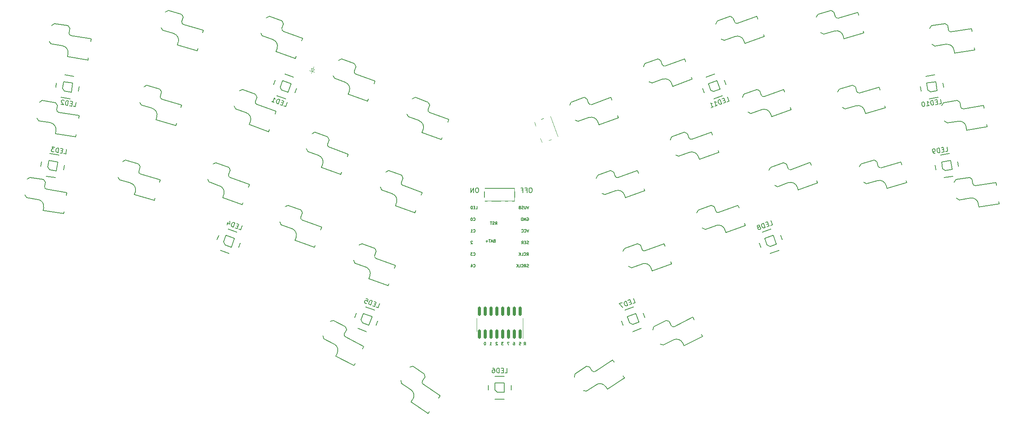
<source format=gbo>
%TF.GenerationSoftware,KiCad,Pcbnew,7.0.5-0*%
%TF.CreationDate,2023-06-28T16:40:39-04:00*%
%TF.ProjectId,regret,72656772-6574-42e6-9b69-6361645f7063,1*%
%TF.SameCoordinates,Original*%
%TF.FileFunction,Legend,Bot*%
%TF.FilePolarity,Positive*%
%FSLAX46Y46*%
G04 Gerber Fmt 4.6, Leading zero omitted, Abs format (unit mm)*
G04 Created by KiCad (PCBNEW 7.0.5-0) date 2023-06-28 16:40:39*
%MOMM*%
%LPD*%
G01*
G04 APERTURE LIST*
G04 Aperture macros list*
%AMRoundRect*
0 Rectangle with rounded corners*
0 $1 Rounding radius*
0 $2 $3 $4 $5 $6 $7 $8 $9 X,Y pos of 4 corners*
0 Add a 4 corners polygon primitive as box body*
4,1,4,$2,$3,$4,$5,$6,$7,$8,$9,$2,$3,0*
0 Add four circle primitives for the rounded corners*
1,1,$1+$1,$2,$3*
1,1,$1+$1,$4,$5*
1,1,$1+$1,$6,$7*
1,1,$1+$1,$8,$9*
0 Add four rect primitives between the rounded corners*
20,1,$1+$1,$2,$3,$4,$5,0*
20,1,$1+$1,$4,$5,$6,$7,0*
20,1,$1+$1,$6,$7,$8,$9,0*
20,1,$1+$1,$8,$9,$2,$3,0*%
%AMRotRect*
0 Rectangle, with rotation*
0 The origin of the aperture is its center*
0 $1 length*
0 $2 width*
0 $3 Rotation angle, in degrees counterclockwise*
0 Add horizontal line*
21,1,$1,$2,0,0,$3*%
G04 Aperture macros list end*
%ADD10C,0.150000*%
%ADD11C,0.200000*%
%ADD12C,0.100000*%
%ADD13C,0.120000*%
%ADD14O,2.750000X1.800000*%
%ADD15R,2.750000X1.800000*%
%ADD16C,2.000000*%
%ADD17R,0.900000X0.900000*%
%ADD18C,1.000000*%
%ADD19R,0.900000X1.250000*%
%ADD20C,2.200000*%
%ADD21C,1.701800*%
%ADD22C,3.000000*%
%ADD23C,3.429000*%
%ADD24RotRect,2.600000X2.600000X333.000000*%
%ADD25RotRect,2.600000X2.600000X340.000000*%
%ADD26RotRect,2.600000X2.600000X20.000000*%
%ADD27RotRect,2.600000X2.600000X16.000000*%
%ADD28RotRect,2.600000X2.600000X9.000000*%
%ADD29C,4.400000*%
%ADD30RotRect,2.600000X2.600000X344.000000*%
%ADD31RotRect,2.600000X2.600000X351.000000*%
%ADD32R,1.700000X1.200000*%
%ADD33O,1.700000X1.200000*%
%ADD34RotRect,0.900000X1.200000X70.000000*%
%ADD35RotRect,2.600000X2.600000X27.000000*%
%ADD36RotRect,2.600000X2.600000X34.000000*%
%ADD37RotRect,2.600000X2.600000X326.000000*%
%ADD38RotRect,1.800000X1.400000X9.000000*%
%ADD39RotRect,1.800000X1.400000X351.000000*%
%ADD40RotRect,1.800000X1.400000X340.000000*%
%ADD41RotRect,1.800000X1.400000X20.000000*%
%ADD42C,0.750000*%
%ADD43RotRect,1.550000X1.000000X110.000000*%
%ADD44RoundRect,0.150000X-0.150000X0.825000X-0.150000X-0.825000X0.150000X-0.825000X0.150000X0.825000X0*%
%ADD45R,1.800000X1.400000*%
G04 APERTURE END LIST*
D10*
X221105391Y-149009989D02*
X221219676Y-149009989D01*
X221219676Y-149009989D02*
X221276819Y-149038560D01*
X221276819Y-149038560D02*
X221305391Y-149067132D01*
X221305391Y-149067132D02*
X221362533Y-149152846D01*
X221362533Y-149152846D02*
X221391105Y-149267132D01*
X221391105Y-149267132D02*
X221391105Y-149495703D01*
X221391105Y-149495703D02*
X221362533Y-149552846D01*
X221362533Y-149552846D02*
X221333962Y-149581418D01*
X221333962Y-149581418D02*
X221276819Y-149609989D01*
X221276819Y-149609989D02*
X221162533Y-149609989D01*
X221162533Y-149609989D02*
X221105391Y-149581418D01*
X221105391Y-149581418D02*
X221076819Y-149552846D01*
X221076819Y-149552846D02*
X221048248Y-149495703D01*
X221048248Y-149495703D02*
X221048248Y-149352846D01*
X221048248Y-149352846D02*
X221076819Y-149295703D01*
X221076819Y-149295703D02*
X221105391Y-149267132D01*
X221105391Y-149267132D02*
X221162533Y-149238560D01*
X221162533Y-149238560D02*
X221276819Y-149238560D01*
X221276819Y-149238560D02*
X221333962Y-149267132D01*
X221333962Y-149267132D02*
X221362533Y-149295703D01*
X221362533Y-149295703D02*
X221391105Y-149352846D01*
X223369676Y-149609985D02*
X223569676Y-149324271D01*
X223712533Y-149609985D02*
X223712533Y-149009985D01*
X223712533Y-149009985D02*
X223483962Y-149009985D01*
X223483962Y-149009985D02*
X223426819Y-149038556D01*
X223426819Y-149038556D02*
X223398248Y-149067128D01*
X223398248Y-149067128D02*
X223369676Y-149124271D01*
X223369676Y-149124271D02*
X223369676Y-149209985D01*
X223369676Y-149209985D02*
X223398248Y-149267128D01*
X223398248Y-149267128D02*
X223426819Y-149295699D01*
X223426819Y-149295699D02*
X223483962Y-149324271D01*
X223483962Y-149324271D02*
X223712533Y-149324271D01*
X222369676Y-149009985D02*
X222655390Y-149009985D01*
X222655390Y-149009985D02*
X222683962Y-149295699D01*
X222683962Y-149295699D02*
X222655390Y-149267128D01*
X222655390Y-149267128D02*
X222598248Y-149238556D01*
X222598248Y-149238556D02*
X222455390Y-149238556D01*
X222455390Y-149238556D02*
X222398248Y-149267128D01*
X222398248Y-149267128D02*
X222369676Y-149295699D01*
X222369676Y-149295699D02*
X222341105Y-149352842D01*
X222341105Y-149352842D02*
X222341105Y-149495699D01*
X222341105Y-149495699D02*
X222369676Y-149552842D01*
X222369676Y-149552842D02*
X222398248Y-149581414D01*
X222398248Y-149581414D02*
X222455390Y-149609985D01*
X222455390Y-149609985D02*
X222598248Y-149609985D01*
X222598248Y-149609985D02*
X222655390Y-149581414D01*
X222655390Y-149581414D02*
X222683962Y-149552842D01*
X218869677Y-149009987D02*
X218498249Y-149009987D01*
X218498249Y-149009987D02*
X218698249Y-149238558D01*
X218698249Y-149238558D02*
X218612534Y-149238558D01*
X218612534Y-149238558D02*
X218555392Y-149267130D01*
X218555392Y-149267130D02*
X218526820Y-149295701D01*
X218526820Y-149295701D02*
X218498249Y-149352844D01*
X218498249Y-149352844D02*
X218498249Y-149495701D01*
X218498249Y-149495701D02*
X218526820Y-149552844D01*
X218526820Y-149552844D02*
X218555392Y-149581416D01*
X218555392Y-149581416D02*
X218612534Y-149609987D01*
X218612534Y-149609987D02*
X218783963Y-149609987D01*
X218783963Y-149609987D02*
X218841106Y-149581416D01*
X218841106Y-149581416D02*
X218869677Y-149552844D01*
X214898248Y-149009985D02*
X214841105Y-149009985D01*
X214841105Y-149009985D02*
X214783962Y-149038556D01*
X214783962Y-149038556D02*
X214755391Y-149067128D01*
X214755391Y-149067128D02*
X214726819Y-149124271D01*
X214726819Y-149124271D02*
X214698248Y-149238556D01*
X214698248Y-149238556D02*
X214698248Y-149381414D01*
X214698248Y-149381414D02*
X214726819Y-149495699D01*
X214726819Y-149495699D02*
X214755391Y-149552842D01*
X214755391Y-149552842D02*
X214783962Y-149581414D01*
X214783962Y-149581414D02*
X214841105Y-149609985D01*
X214841105Y-149609985D02*
X214898248Y-149609985D01*
X214898248Y-149609985D02*
X214955391Y-149581414D01*
X214955391Y-149581414D02*
X214983962Y-149552842D01*
X214983962Y-149552842D02*
X215012533Y-149495699D01*
X215012533Y-149495699D02*
X215041105Y-149381414D01*
X215041105Y-149381414D02*
X215041105Y-149238556D01*
X215041105Y-149238556D02*
X215012533Y-149124271D01*
X215012533Y-149124271D02*
X214983962Y-149067128D01*
X214983962Y-149067128D02*
X214955391Y-149038556D01*
X214955391Y-149038556D02*
X214898248Y-149009985D01*
X215948247Y-149609987D02*
X216291104Y-149609987D01*
X216119675Y-149609987D02*
X216119675Y-149009987D01*
X216119675Y-149009987D02*
X216176818Y-149095701D01*
X216176818Y-149095701D02*
X216233961Y-149152844D01*
X216233961Y-149152844D02*
X216291104Y-149181416D01*
X217591102Y-149067132D02*
X217562530Y-149038560D01*
X217562530Y-149038560D02*
X217505388Y-149009989D01*
X217505388Y-149009989D02*
X217362530Y-149009989D01*
X217362530Y-149009989D02*
X217305388Y-149038560D01*
X217305388Y-149038560D02*
X217276816Y-149067132D01*
X217276816Y-149067132D02*
X217248245Y-149124275D01*
X217248245Y-149124275D02*
X217248245Y-149181418D01*
X217248245Y-149181418D02*
X217276816Y-149267132D01*
X217276816Y-149267132D02*
X217619673Y-149609989D01*
X217619673Y-149609989D02*
X217248245Y-149609989D01*
D11*
X224893928Y-115308435D02*
X224703452Y-115308435D01*
X224703452Y-115308435D02*
X224608214Y-115356054D01*
X224608214Y-115356054D02*
X224512976Y-115451292D01*
X224512976Y-115451292D02*
X224465357Y-115641768D01*
X224465357Y-115641768D02*
X224465357Y-115975101D01*
X224465357Y-115975101D02*
X224512976Y-116165577D01*
X224512976Y-116165577D02*
X224608214Y-116260816D01*
X224608214Y-116260816D02*
X224703452Y-116308435D01*
X224703452Y-116308435D02*
X224893928Y-116308435D01*
X224893928Y-116308435D02*
X224989166Y-116260816D01*
X224989166Y-116260816D02*
X225084404Y-116165577D01*
X225084404Y-116165577D02*
X225132023Y-115975101D01*
X225132023Y-115975101D02*
X225132023Y-115641768D01*
X225132023Y-115641768D02*
X225084404Y-115451292D01*
X225084404Y-115451292D02*
X224989166Y-115356054D01*
X224989166Y-115356054D02*
X224893928Y-115308435D01*
X223703452Y-115784625D02*
X224036785Y-115784625D01*
X224036785Y-116308435D02*
X224036785Y-115308435D01*
X224036785Y-115308435D02*
X223560595Y-115308435D01*
X222846309Y-115784625D02*
X223179642Y-115784625D01*
X223179642Y-116308435D02*
X223179642Y-115308435D01*
X223179642Y-115308435D02*
X222703452Y-115308435D01*
X213243924Y-115308435D02*
X213053448Y-115308435D01*
X213053448Y-115308435D02*
X212958210Y-115356054D01*
X212958210Y-115356054D02*
X212862972Y-115451292D01*
X212862972Y-115451292D02*
X212815353Y-115641768D01*
X212815353Y-115641768D02*
X212815353Y-115975101D01*
X212815353Y-115975101D02*
X212862972Y-116165577D01*
X212862972Y-116165577D02*
X212958210Y-116260816D01*
X212958210Y-116260816D02*
X213053448Y-116308435D01*
X213053448Y-116308435D02*
X213243924Y-116308435D01*
X213243924Y-116308435D02*
X213339162Y-116260816D01*
X213339162Y-116260816D02*
X213434400Y-116165577D01*
X213434400Y-116165577D02*
X213482019Y-115975101D01*
X213482019Y-115975101D02*
X213482019Y-115641768D01*
X213482019Y-115641768D02*
X213434400Y-115451292D01*
X213434400Y-115451292D02*
X213339162Y-115356054D01*
X213339162Y-115356054D02*
X213243924Y-115308435D01*
X212386781Y-116308435D02*
X212386781Y-115308435D01*
X212386781Y-115308435D02*
X211815353Y-116308435D01*
X211815353Y-116308435D02*
X211815353Y-115308435D01*
D10*
X220169675Y-149009984D02*
X219769675Y-149009984D01*
X219769675Y-149009984D02*
X220026818Y-149609984D01*
X212370574Y-132534527D02*
X212399146Y-132563099D01*
X212399146Y-132563099D02*
X212484860Y-132591670D01*
X212484860Y-132591670D02*
X212542003Y-132591670D01*
X212542003Y-132591670D02*
X212627717Y-132563099D01*
X212627717Y-132563099D02*
X212684860Y-132505956D01*
X212684860Y-132505956D02*
X212713431Y-132448813D01*
X212713431Y-132448813D02*
X212742003Y-132334527D01*
X212742003Y-132334527D02*
X212742003Y-132248813D01*
X212742003Y-132248813D02*
X212713431Y-132134527D01*
X212713431Y-132134527D02*
X212684860Y-132077384D01*
X212684860Y-132077384D02*
X212627717Y-132020241D01*
X212627717Y-132020241D02*
X212542003Y-131991670D01*
X212542003Y-131991670D02*
X212484860Y-131991670D01*
X212484860Y-131991670D02*
X212399146Y-132020241D01*
X212399146Y-132020241D02*
X212370574Y-132048813D01*
X211856289Y-132191670D02*
X211856289Y-132591670D01*
X211999146Y-131963099D02*
X212142003Y-132391670D01*
X212142003Y-132391670D02*
X211770574Y-132391670D01*
X224373206Y-127483099D02*
X224287492Y-127511670D01*
X224287492Y-127511670D02*
X224144634Y-127511670D01*
X224144634Y-127511670D02*
X224087492Y-127483099D01*
X224087492Y-127483099D02*
X224058920Y-127454527D01*
X224058920Y-127454527D02*
X224030349Y-127397384D01*
X224030349Y-127397384D02*
X224030349Y-127340241D01*
X224030349Y-127340241D02*
X224058920Y-127283099D01*
X224058920Y-127283099D02*
X224087492Y-127254527D01*
X224087492Y-127254527D02*
X224144634Y-127225956D01*
X224144634Y-127225956D02*
X224258920Y-127197384D01*
X224258920Y-127197384D02*
X224316063Y-127168813D01*
X224316063Y-127168813D02*
X224344634Y-127140241D01*
X224344634Y-127140241D02*
X224373206Y-127083099D01*
X224373206Y-127083099D02*
X224373206Y-127025956D01*
X224373206Y-127025956D02*
X224344634Y-126968813D01*
X224344634Y-126968813D02*
X224316063Y-126940241D01*
X224316063Y-126940241D02*
X224258920Y-126911670D01*
X224258920Y-126911670D02*
X224116063Y-126911670D01*
X224116063Y-126911670D02*
X224030349Y-126940241D01*
X223773205Y-127197384D02*
X223573205Y-127197384D01*
X223487491Y-127511670D02*
X223773205Y-127511670D01*
X223773205Y-127511670D02*
X223773205Y-126911670D01*
X223773205Y-126911670D02*
X223487491Y-126911670D01*
X222887491Y-127511670D02*
X223087491Y-127225956D01*
X223230348Y-127511670D02*
X223230348Y-126911670D01*
X223230348Y-126911670D02*
X223001777Y-126911670D01*
X223001777Y-126911670D02*
X222944634Y-126940241D01*
X222944634Y-126940241D02*
X222916063Y-126968813D01*
X222916063Y-126968813D02*
X222887491Y-127025956D01*
X222887491Y-127025956D02*
X222887491Y-127111670D01*
X222887491Y-127111670D02*
X222916063Y-127168813D01*
X222916063Y-127168813D02*
X222944634Y-127197384D01*
X222944634Y-127197384D02*
X223001777Y-127225956D01*
X223001777Y-127225956D02*
X223230348Y-127225956D01*
X224001777Y-130051670D02*
X224201777Y-129765956D01*
X224344634Y-130051670D02*
X224344634Y-129451670D01*
X224344634Y-129451670D02*
X224116063Y-129451670D01*
X224116063Y-129451670D02*
X224058920Y-129480241D01*
X224058920Y-129480241D02*
X224030349Y-129508813D01*
X224030349Y-129508813D02*
X224001777Y-129565956D01*
X224001777Y-129565956D02*
X224001777Y-129651670D01*
X224001777Y-129651670D02*
X224030349Y-129708813D01*
X224030349Y-129708813D02*
X224058920Y-129737384D01*
X224058920Y-129737384D02*
X224116063Y-129765956D01*
X224116063Y-129765956D02*
X224344634Y-129765956D01*
X223401777Y-129994527D02*
X223430349Y-130023099D01*
X223430349Y-130023099D02*
X223516063Y-130051670D01*
X223516063Y-130051670D02*
X223573206Y-130051670D01*
X223573206Y-130051670D02*
X223658920Y-130023099D01*
X223658920Y-130023099D02*
X223716063Y-129965956D01*
X223716063Y-129965956D02*
X223744634Y-129908813D01*
X223744634Y-129908813D02*
X223773206Y-129794527D01*
X223773206Y-129794527D02*
X223773206Y-129708813D01*
X223773206Y-129708813D02*
X223744634Y-129594527D01*
X223744634Y-129594527D02*
X223716063Y-129537384D01*
X223716063Y-129537384D02*
X223658920Y-129480241D01*
X223658920Y-129480241D02*
X223573206Y-129451670D01*
X223573206Y-129451670D02*
X223516063Y-129451670D01*
X223516063Y-129451670D02*
X223430349Y-129480241D01*
X223430349Y-129480241D02*
X223401777Y-129508813D01*
X222858920Y-130051670D02*
X223144634Y-130051670D01*
X223144634Y-130051670D02*
X223144634Y-129451670D01*
X222658920Y-130051670D02*
X222658920Y-129451670D01*
X222316063Y-130051670D02*
X222573206Y-129708813D01*
X222316063Y-129451670D02*
X222658920Y-129794527D01*
X212142003Y-126968813D02*
X212113431Y-126940241D01*
X212113431Y-126940241D02*
X212056289Y-126911670D01*
X212056289Y-126911670D02*
X211913431Y-126911670D01*
X211913431Y-126911670D02*
X211856289Y-126940241D01*
X211856289Y-126940241D02*
X211827717Y-126968813D01*
X211827717Y-126968813D02*
X211799146Y-127025956D01*
X211799146Y-127025956D02*
X211799146Y-127083099D01*
X211799146Y-127083099D02*
X211827717Y-127168813D01*
X211827717Y-127168813D02*
X212170574Y-127511670D01*
X212170574Y-127511670D02*
X211799146Y-127511670D01*
X212370574Y-122374527D02*
X212399146Y-122403099D01*
X212399146Y-122403099D02*
X212484860Y-122431670D01*
X212484860Y-122431670D02*
X212542003Y-122431670D01*
X212542003Y-122431670D02*
X212627717Y-122403099D01*
X212627717Y-122403099D02*
X212684860Y-122345956D01*
X212684860Y-122345956D02*
X212713431Y-122288813D01*
X212713431Y-122288813D02*
X212742003Y-122174527D01*
X212742003Y-122174527D02*
X212742003Y-122088813D01*
X212742003Y-122088813D02*
X212713431Y-121974527D01*
X212713431Y-121974527D02*
X212684860Y-121917384D01*
X212684860Y-121917384D02*
X212627717Y-121860241D01*
X212627717Y-121860241D02*
X212542003Y-121831670D01*
X212542003Y-121831670D02*
X212484860Y-121831670D01*
X212484860Y-121831670D02*
X212399146Y-121860241D01*
X212399146Y-121860241D02*
X212370574Y-121888813D01*
X211999146Y-121831670D02*
X211942003Y-121831670D01*
X211942003Y-121831670D02*
X211884860Y-121860241D01*
X211884860Y-121860241D02*
X211856289Y-121888813D01*
X211856289Y-121888813D02*
X211827717Y-121945956D01*
X211827717Y-121945956D02*
X211799146Y-122060241D01*
X211799146Y-122060241D02*
X211799146Y-122203099D01*
X211799146Y-122203099D02*
X211827717Y-122317384D01*
X211827717Y-122317384D02*
X211856289Y-122374527D01*
X211856289Y-122374527D02*
X211884860Y-122403099D01*
X211884860Y-122403099D02*
X211942003Y-122431670D01*
X211942003Y-122431670D02*
X211999146Y-122431670D01*
X211999146Y-122431670D02*
X212056289Y-122403099D01*
X212056289Y-122403099D02*
X212084860Y-122374527D01*
X212084860Y-122374527D02*
X212113431Y-122317384D01*
X212113431Y-122317384D02*
X212142003Y-122203099D01*
X212142003Y-122203099D02*
X212142003Y-122060241D01*
X212142003Y-122060241D02*
X212113431Y-121945956D01*
X212113431Y-121945956D02*
X212084860Y-121888813D01*
X212084860Y-121888813D02*
X212056289Y-121860241D01*
X212056289Y-121860241D02*
X211999146Y-121831670D01*
X212370574Y-124914527D02*
X212399146Y-124943099D01*
X212399146Y-124943099D02*
X212484860Y-124971670D01*
X212484860Y-124971670D02*
X212542003Y-124971670D01*
X212542003Y-124971670D02*
X212627717Y-124943099D01*
X212627717Y-124943099D02*
X212684860Y-124885956D01*
X212684860Y-124885956D02*
X212713431Y-124828813D01*
X212713431Y-124828813D02*
X212742003Y-124714527D01*
X212742003Y-124714527D02*
X212742003Y-124628813D01*
X212742003Y-124628813D02*
X212713431Y-124514527D01*
X212713431Y-124514527D02*
X212684860Y-124457384D01*
X212684860Y-124457384D02*
X212627717Y-124400241D01*
X212627717Y-124400241D02*
X212542003Y-124371670D01*
X212542003Y-124371670D02*
X212484860Y-124371670D01*
X212484860Y-124371670D02*
X212399146Y-124400241D01*
X212399146Y-124400241D02*
X212370574Y-124428813D01*
X211799146Y-124971670D02*
X212142003Y-124971670D01*
X211970574Y-124971670D02*
X211970574Y-124371670D01*
X211970574Y-124371670D02*
X212027717Y-124457384D01*
X212027717Y-124457384D02*
X212084860Y-124514527D01*
X212084860Y-124514527D02*
X212142003Y-124543099D01*
X224030349Y-121860241D02*
X224087492Y-121831670D01*
X224087492Y-121831670D02*
X224173206Y-121831670D01*
X224173206Y-121831670D02*
X224258920Y-121860241D01*
X224258920Y-121860241D02*
X224316063Y-121917384D01*
X224316063Y-121917384D02*
X224344634Y-121974527D01*
X224344634Y-121974527D02*
X224373206Y-122088813D01*
X224373206Y-122088813D02*
X224373206Y-122174527D01*
X224373206Y-122174527D02*
X224344634Y-122288813D01*
X224344634Y-122288813D02*
X224316063Y-122345956D01*
X224316063Y-122345956D02*
X224258920Y-122403099D01*
X224258920Y-122403099D02*
X224173206Y-122431670D01*
X224173206Y-122431670D02*
X224116063Y-122431670D01*
X224116063Y-122431670D02*
X224030349Y-122403099D01*
X224030349Y-122403099D02*
X224001777Y-122374527D01*
X224001777Y-122374527D02*
X224001777Y-122174527D01*
X224001777Y-122174527D02*
X224116063Y-122174527D01*
X223744634Y-122431670D02*
X223744634Y-121831670D01*
X223744634Y-121831670D02*
X223401777Y-122431670D01*
X223401777Y-122431670D02*
X223401777Y-121831670D01*
X223116063Y-122431670D02*
X223116063Y-121831670D01*
X223116063Y-121831670D02*
X222973206Y-121831670D01*
X222973206Y-121831670D02*
X222887492Y-121860241D01*
X222887492Y-121860241D02*
X222830349Y-121917384D01*
X222830349Y-121917384D02*
X222801778Y-121974527D01*
X222801778Y-121974527D02*
X222773206Y-122088813D01*
X222773206Y-122088813D02*
X222773206Y-122174527D01*
X222773206Y-122174527D02*
X222801778Y-122288813D01*
X222801778Y-122288813D02*
X222830349Y-122345956D01*
X222830349Y-122345956D02*
X222887492Y-122403099D01*
X222887492Y-122403099D02*
X222973206Y-122431670D01*
X222973206Y-122431670D02*
X223116063Y-122431670D01*
X217144747Y-123311670D02*
X217344747Y-123025956D01*
X217487604Y-123311670D02*
X217487604Y-122711670D01*
X217487604Y-122711670D02*
X217259033Y-122711670D01*
X217259033Y-122711670D02*
X217201890Y-122740241D01*
X217201890Y-122740241D02*
X217173319Y-122768813D01*
X217173319Y-122768813D02*
X217144747Y-122825956D01*
X217144747Y-122825956D02*
X217144747Y-122911670D01*
X217144747Y-122911670D02*
X217173319Y-122968813D01*
X217173319Y-122968813D02*
X217201890Y-122997384D01*
X217201890Y-122997384D02*
X217259033Y-123025956D01*
X217259033Y-123025956D02*
X217487604Y-123025956D01*
X216916176Y-123283099D02*
X216830462Y-123311670D01*
X216830462Y-123311670D02*
X216687604Y-123311670D01*
X216687604Y-123311670D02*
X216630462Y-123283099D01*
X216630462Y-123283099D02*
X216601890Y-123254527D01*
X216601890Y-123254527D02*
X216573319Y-123197384D01*
X216573319Y-123197384D02*
X216573319Y-123140241D01*
X216573319Y-123140241D02*
X216601890Y-123083099D01*
X216601890Y-123083099D02*
X216630462Y-123054527D01*
X216630462Y-123054527D02*
X216687604Y-123025956D01*
X216687604Y-123025956D02*
X216801890Y-122997384D01*
X216801890Y-122997384D02*
X216859033Y-122968813D01*
X216859033Y-122968813D02*
X216887604Y-122940241D01*
X216887604Y-122940241D02*
X216916176Y-122883099D01*
X216916176Y-122883099D02*
X216916176Y-122825956D01*
X216916176Y-122825956D02*
X216887604Y-122768813D01*
X216887604Y-122768813D02*
X216859033Y-122740241D01*
X216859033Y-122740241D02*
X216801890Y-122711670D01*
X216801890Y-122711670D02*
X216659033Y-122711670D01*
X216659033Y-122711670D02*
X216573319Y-122740241D01*
X216401890Y-122711670D02*
X216059033Y-122711670D01*
X216230461Y-123311670D02*
X216230461Y-122711670D01*
X212370574Y-129994527D02*
X212399146Y-130023099D01*
X212399146Y-130023099D02*
X212484860Y-130051670D01*
X212484860Y-130051670D02*
X212542003Y-130051670D01*
X212542003Y-130051670D02*
X212627717Y-130023099D01*
X212627717Y-130023099D02*
X212684860Y-129965956D01*
X212684860Y-129965956D02*
X212713431Y-129908813D01*
X212713431Y-129908813D02*
X212742003Y-129794527D01*
X212742003Y-129794527D02*
X212742003Y-129708813D01*
X212742003Y-129708813D02*
X212713431Y-129594527D01*
X212713431Y-129594527D02*
X212684860Y-129537384D01*
X212684860Y-129537384D02*
X212627717Y-129480241D01*
X212627717Y-129480241D02*
X212542003Y-129451670D01*
X212542003Y-129451670D02*
X212484860Y-129451670D01*
X212484860Y-129451670D02*
X212399146Y-129480241D01*
X212399146Y-129480241D02*
X212370574Y-129508813D01*
X212170574Y-129451670D02*
X211799146Y-129451670D01*
X211799146Y-129451670D02*
X211999146Y-129680241D01*
X211999146Y-129680241D02*
X211913431Y-129680241D01*
X211913431Y-129680241D02*
X211856289Y-129708813D01*
X211856289Y-129708813D02*
X211827717Y-129737384D01*
X211827717Y-129737384D02*
X211799146Y-129794527D01*
X211799146Y-129794527D02*
X211799146Y-129937384D01*
X211799146Y-129937384D02*
X211827717Y-129994527D01*
X211827717Y-129994527D02*
X211856289Y-130023099D01*
X211856289Y-130023099D02*
X211913431Y-130051670D01*
X211913431Y-130051670D02*
X212084860Y-130051670D01*
X212084860Y-130051670D02*
X212142003Y-130023099D01*
X212142003Y-130023099D02*
X212170574Y-129994527D01*
X224430349Y-119291670D02*
X224230349Y-119891670D01*
X224230349Y-119891670D02*
X224030349Y-119291670D01*
X223830348Y-119291670D02*
X223830348Y-119777384D01*
X223830348Y-119777384D02*
X223801777Y-119834527D01*
X223801777Y-119834527D02*
X223773206Y-119863099D01*
X223773206Y-119863099D02*
X223716063Y-119891670D01*
X223716063Y-119891670D02*
X223601777Y-119891670D01*
X223601777Y-119891670D02*
X223544634Y-119863099D01*
X223544634Y-119863099D02*
X223516063Y-119834527D01*
X223516063Y-119834527D02*
X223487491Y-119777384D01*
X223487491Y-119777384D02*
X223487491Y-119291670D01*
X223230349Y-119863099D02*
X223144635Y-119891670D01*
X223144635Y-119891670D02*
X223001777Y-119891670D01*
X223001777Y-119891670D02*
X222944635Y-119863099D01*
X222944635Y-119863099D02*
X222916063Y-119834527D01*
X222916063Y-119834527D02*
X222887492Y-119777384D01*
X222887492Y-119777384D02*
X222887492Y-119720241D01*
X222887492Y-119720241D02*
X222916063Y-119663099D01*
X222916063Y-119663099D02*
X222944635Y-119634527D01*
X222944635Y-119634527D02*
X223001777Y-119605956D01*
X223001777Y-119605956D02*
X223116063Y-119577384D01*
X223116063Y-119577384D02*
X223173206Y-119548813D01*
X223173206Y-119548813D02*
X223201777Y-119520241D01*
X223201777Y-119520241D02*
X223230349Y-119463099D01*
X223230349Y-119463099D02*
X223230349Y-119405956D01*
X223230349Y-119405956D02*
X223201777Y-119348813D01*
X223201777Y-119348813D02*
X223173206Y-119320241D01*
X223173206Y-119320241D02*
X223116063Y-119291670D01*
X223116063Y-119291670D02*
X222973206Y-119291670D01*
X222973206Y-119291670D02*
X222887492Y-119320241D01*
X222430348Y-119577384D02*
X222344634Y-119605956D01*
X222344634Y-119605956D02*
X222316063Y-119634527D01*
X222316063Y-119634527D02*
X222287491Y-119691670D01*
X222287491Y-119691670D02*
X222287491Y-119777384D01*
X222287491Y-119777384D02*
X222316063Y-119834527D01*
X222316063Y-119834527D02*
X222344634Y-119863099D01*
X222344634Y-119863099D02*
X222401777Y-119891670D01*
X222401777Y-119891670D02*
X222630348Y-119891670D01*
X222630348Y-119891670D02*
X222630348Y-119291670D01*
X222630348Y-119291670D02*
X222430348Y-119291670D01*
X222430348Y-119291670D02*
X222373206Y-119320241D01*
X222373206Y-119320241D02*
X222344634Y-119348813D01*
X222344634Y-119348813D02*
X222316063Y-119405956D01*
X222316063Y-119405956D02*
X222316063Y-119463099D01*
X222316063Y-119463099D02*
X222344634Y-119520241D01*
X222344634Y-119520241D02*
X222373206Y-119548813D01*
X222373206Y-119548813D02*
X222430348Y-119577384D01*
X222430348Y-119577384D02*
X222630348Y-119577384D01*
X224430349Y-124371670D02*
X224230349Y-124971670D01*
X224230349Y-124971670D02*
X224030349Y-124371670D01*
X223487491Y-124914527D02*
X223516063Y-124943099D01*
X223516063Y-124943099D02*
X223601777Y-124971670D01*
X223601777Y-124971670D02*
X223658920Y-124971670D01*
X223658920Y-124971670D02*
X223744634Y-124943099D01*
X223744634Y-124943099D02*
X223801777Y-124885956D01*
X223801777Y-124885956D02*
X223830348Y-124828813D01*
X223830348Y-124828813D02*
X223858920Y-124714527D01*
X223858920Y-124714527D02*
X223858920Y-124628813D01*
X223858920Y-124628813D02*
X223830348Y-124514527D01*
X223830348Y-124514527D02*
X223801777Y-124457384D01*
X223801777Y-124457384D02*
X223744634Y-124400241D01*
X223744634Y-124400241D02*
X223658920Y-124371670D01*
X223658920Y-124371670D02*
X223601777Y-124371670D01*
X223601777Y-124371670D02*
X223516063Y-124400241D01*
X223516063Y-124400241D02*
X223487491Y-124428813D01*
X222887491Y-124914527D02*
X222916063Y-124943099D01*
X222916063Y-124943099D02*
X223001777Y-124971670D01*
X223001777Y-124971670D02*
X223058920Y-124971670D01*
X223058920Y-124971670D02*
X223144634Y-124943099D01*
X223144634Y-124943099D02*
X223201777Y-124885956D01*
X223201777Y-124885956D02*
X223230348Y-124828813D01*
X223230348Y-124828813D02*
X223258920Y-124714527D01*
X223258920Y-124714527D02*
X223258920Y-124628813D01*
X223258920Y-124628813D02*
X223230348Y-124514527D01*
X223230348Y-124514527D02*
X223201777Y-124457384D01*
X223201777Y-124457384D02*
X223144634Y-124400241D01*
X223144634Y-124400241D02*
X223058920Y-124371670D01*
X223058920Y-124371670D02*
X223001777Y-124371670D01*
X223001777Y-124371670D02*
X222916063Y-124400241D01*
X222916063Y-124400241D02*
X222887491Y-124428813D01*
X212884859Y-119891670D02*
X213170573Y-119891670D01*
X213170573Y-119891670D02*
X213170573Y-119291670D01*
X212684859Y-119577384D02*
X212484859Y-119577384D01*
X212399145Y-119891670D02*
X212684859Y-119891670D01*
X212684859Y-119891670D02*
X212684859Y-119291670D01*
X212684859Y-119291670D02*
X212399145Y-119291670D01*
X212142002Y-119891670D02*
X212142002Y-119291670D01*
X212142002Y-119291670D02*
X211999145Y-119291670D01*
X211999145Y-119291670D02*
X211913431Y-119320241D01*
X211913431Y-119320241D02*
X211856288Y-119377384D01*
X211856288Y-119377384D02*
X211827717Y-119434527D01*
X211827717Y-119434527D02*
X211799145Y-119548813D01*
X211799145Y-119548813D02*
X211799145Y-119634527D01*
X211799145Y-119634527D02*
X211827717Y-119748813D01*
X211827717Y-119748813D02*
X211856288Y-119805956D01*
X211856288Y-119805956D02*
X211913431Y-119863099D01*
X211913431Y-119863099D02*
X211999145Y-119891670D01*
X211999145Y-119891670D02*
X212142002Y-119891670D01*
X216900461Y-126880384D02*
X216814747Y-126908956D01*
X216814747Y-126908956D02*
X216786176Y-126937527D01*
X216786176Y-126937527D02*
X216757604Y-126994670D01*
X216757604Y-126994670D02*
X216757604Y-127080384D01*
X216757604Y-127080384D02*
X216786176Y-127137527D01*
X216786176Y-127137527D02*
X216814747Y-127166099D01*
X216814747Y-127166099D02*
X216871890Y-127194670D01*
X216871890Y-127194670D02*
X217100461Y-127194670D01*
X217100461Y-127194670D02*
X217100461Y-126594670D01*
X217100461Y-126594670D02*
X216900461Y-126594670D01*
X216900461Y-126594670D02*
X216843319Y-126623241D01*
X216843319Y-126623241D02*
X216814747Y-126651813D01*
X216814747Y-126651813D02*
X216786176Y-126708956D01*
X216786176Y-126708956D02*
X216786176Y-126766099D01*
X216786176Y-126766099D02*
X216814747Y-126823241D01*
X216814747Y-126823241D02*
X216843319Y-126851813D01*
X216843319Y-126851813D02*
X216900461Y-126880384D01*
X216900461Y-126880384D02*
X217100461Y-126880384D01*
X216529033Y-127023241D02*
X216243319Y-127023241D01*
X216586176Y-127194670D02*
X216386176Y-126594670D01*
X216386176Y-126594670D02*
X216186176Y-127194670D01*
X216071890Y-126594670D02*
X215729033Y-126594670D01*
X215900461Y-127194670D02*
X215900461Y-126594670D01*
X215529032Y-126966099D02*
X215071890Y-126966099D01*
X215300461Y-127194670D02*
X215300461Y-126737527D01*
X224373206Y-132563099D02*
X224287492Y-132591670D01*
X224287492Y-132591670D02*
X224144634Y-132591670D01*
X224144634Y-132591670D02*
X224087492Y-132563099D01*
X224087492Y-132563099D02*
X224058920Y-132534527D01*
X224058920Y-132534527D02*
X224030349Y-132477384D01*
X224030349Y-132477384D02*
X224030349Y-132420241D01*
X224030349Y-132420241D02*
X224058920Y-132363099D01*
X224058920Y-132363099D02*
X224087492Y-132334527D01*
X224087492Y-132334527D02*
X224144634Y-132305956D01*
X224144634Y-132305956D02*
X224258920Y-132277384D01*
X224258920Y-132277384D02*
X224316063Y-132248813D01*
X224316063Y-132248813D02*
X224344634Y-132220241D01*
X224344634Y-132220241D02*
X224373206Y-132163099D01*
X224373206Y-132163099D02*
X224373206Y-132105956D01*
X224373206Y-132105956D02*
X224344634Y-132048813D01*
X224344634Y-132048813D02*
X224316063Y-132020241D01*
X224316063Y-132020241D02*
X224258920Y-131991670D01*
X224258920Y-131991670D02*
X224116063Y-131991670D01*
X224116063Y-131991670D02*
X224030349Y-132020241D01*
X223430348Y-132591670D02*
X223630348Y-132305956D01*
X223773205Y-132591670D02*
X223773205Y-131991670D01*
X223773205Y-131991670D02*
X223544634Y-131991670D01*
X223544634Y-131991670D02*
X223487491Y-132020241D01*
X223487491Y-132020241D02*
X223458920Y-132048813D01*
X223458920Y-132048813D02*
X223430348Y-132105956D01*
X223430348Y-132105956D02*
X223430348Y-132191670D01*
X223430348Y-132191670D02*
X223458920Y-132248813D01*
X223458920Y-132248813D02*
X223487491Y-132277384D01*
X223487491Y-132277384D02*
X223544634Y-132305956D01*
X223544634Y-132305956D02*
X223773205Y-132305956D01*
X222830348Y-132534527D02*
X222858920Y-132563099D01*
X222858920Y-132563099D02*
X222944634Y-132591670D01*
X222944634Y-132591670D02*
X223001777Y-132591670D01*
X223001777Y-132591670D02*
X223087491Y-132563099D01*
X223087491Y-132563099D02*
X223144634Y-132505956D01*
X223144634Y-132505956D02*
X223173205Y-132448813D01*
X223173205Y-132448813D02*
X223201777Y-132334527D01*
X223201777Y-132334527D02*
X223201777Y-132248813D01*
X223201777Y-132248813D02*
X223173205Y-132134527D01*
X223173205Y-132134527D02*
X223144634Y-132077384D01*
X223144634Y-132077384D02*
X223087491Y-132020241D01*
X223087491Y-132020241D02*
X223001777Y-131991670D01*
X223001777Y-131991670D02*
X222944634Y-131991670D01*
X222944634Y-131991670D02*
X222858920Y-132020241D01*
X222858920Y-132020241D02*
X222830348Y-132048813D01*
X222287491Y-132591670D02*
X222573205Y-132591670D01*
X222573205Y-132591670D02*
X222573205Y-131991670D01*
X222087491Y-132591670D02*
X222087491Y-131991670D01*
X221744634Y-132591670D02*
X222001777Y-132248813D01*
X221744634Y-131991670D02*
X222087491Y-132334527D01*
D11*
X315326433Y-107391306D02*
X315796761Y-107316814D01*
X315796761Y-107316814D02*
X315640326Y-106329125D01*
X314915262Y-106926091D02*
X314586032Y-106978236D01*
X314526876Y-107517944D02*
X314997203Y-107443451D01*
X314997203Y-107443451D02*
X314840769Y-106455763D01*
X314840769Y-106455763D02*
X314370441Y-106530256D01*
X314103581Y-107584987D02*
X313947146Y-106597299D01*
X313947146Y-106597299D02*
X313711982Y-106634545D01*
X313711982Y-106634545D02*
X313578333Y-106703926D01*
X313578333Y-106703926D02*
X313499166Y-106812890D01*
X313499166Y-106812890D02*
X313467032Y-106914405D01*
X313467032Y-106914405D02*
X313449796Y-107109985D01*
X313449796Y-107109985D02*
X313472144Y-107251083D01*
X313472144Y-107251083D02*
X313548974Y-107431765D01*
X313548974Y-107431765D02*
X313610905Y-107518381D01*
X313610905Y-107518381D02*
X313719869Y-107597549D01*
X313719869Y-107597549D02*
X313868417Y-107622234D01*
X313868417Y-107622234D02*
X314103581Y-107584987D01*
X313068859Y-107748871D02*
X312880728Y-107778668D01*
X312880728Y-107778668D02*
X312779214Y-107746534D01*
X312779214Y-107746534D02*
X312724732Y-107706950D01*
X312724732Y-107706950D02*
X312608318Y-107580750D01*
X312608318Y-107580750D02*
X312531488Y-107400069D01*
X312531488Y-107400069D02*
X312471894Y-107023806D01*
X312471894Y-107023806D02*
X312504029Y-106922292D01*
X312504029Y-106922292D02*
X312543612Y-106867809D01*
X312543612Y-106867809D02*
X312630228Y-106805878D01*
X312630228Y-106805878D02*
X312818359Y-106776081D01*
X312818359Y-106776081D02*
X312919874Y-106808215D01*
X312919874Y-106808215D02*
X312974356Y-106847799D01*
X312974356Y-106847799D02*
X313036288Y-106934415D01*
X313036288Y-106934415D02*
X313073534Y-107169579D01*
X313073534Y-107169579D02*
X313041400Y-107271094D01*
X313041400Y-107271094D02*
X313001816Y-107325576D01*
X313001816Y-107325576D02*
X312915200Y-107387507D01*
X312915200Y-107387507D02*
X312727069Y-107417304D01*
X312727069Y-107417304D02*
X312625554Y-107385170D01*
X312625554Y-107385170D02*
X312571072Y-107345587D01*
X312571072Y-107345587D02*
X312509141Y-107258970D01*
X125084951Y-97491427D02*
X125555279Y-97565919D01*
X125555279Y-97565919D02*
X125711713Y-96578231D01*
X124837663Y-96921921D02*
X124508434Y-96869776D01*
X124285393Y-97364789D02*
X124755721Y-97439282D01*
X124755721Y-97439282D02*
X124912156Y-96451593D01*
X124912156Y-96451593D02*
X124441828Y-96377101D01*
X123862098Y-97297746D02*
X124018533Y-96310057D01*
X124018533Y-96310057D02*
X123783369Y-96272811D01*
X123783369Y-96272811D02*
X123634821Y-96297496D01*
X123634821Y-96297496D02*
X123525857Y-96376663D01*
X123525857Y-96376663D02*
X123463926Y-96463279D01*
X123463926Y-96463279D02*
X123387096Y-96643961D01*
X123387096Y-96643961D02*
X123364748Y-96785060D01*
X123364748Y-96785060D02*
X123381984Y-96980640D01*
X123381984Y-96980640D02*
X123414118Y-97082155D01*
X123414118Y-97082155D02*
X123493285Y-97191119D01*
X123493285Y-97191119D02*
X123626934Y-97260499D01*
X123626934Y-97260499D02*
X123862098Y-97297746D01*
X123062979Y-96255138D02*
X123023395Y-96200656D01*
X123023395Y-96200656D02*
X122936779Y-96138724D01*
X122936779Y-96138724D02*
X122701615Y-96101478D01*
X122701615Y-96101478D02*
X122600100Y-96133612D01*
X122600100Y-96133612D02*
X122545618Y-96173196D01*
X122545618Y-96173196D02*
X122483687Y-96259812D01*
X122483687Y-96259812D02*
X122468788Y-96353878D01*
X122468788Y-96353878D02*
X122493473Y-96502425D01*
X122493473Y-96502425D02*
X122968476Y-97156210D01*
X122968476Y-97156210D02*
X122357049Y-97059369D01*
X170947315Y-97377397D02*
X171394788Y-97540264D01*
X171394788Y-97540264D02*
X171736808Y-96600571D01*
X170813237Y-96771170D02*
X170500006Y-96657164D01*
X170186611Y-97100524D02*
X170634084Y-97263390D01*
X170634084Y-97263390D02*
X170976104Y-96323698D01*
X170976104Y-96323698D02*
X170528631Y-96160831D01*
X169783886Y-96953944D02*
X170125906Y-96014251D01*
X170125906Y-96014251D02*
X169902170Y-95932818D01*
X169902170Y-95932818D02*
X169751641Y-95928705D01*
X169751641Y-95928705D02*
X169629573Y-95985626D01*
X169629573Y-95985626D02*
X169552253Y-96058834D01*
X169552253Y-96058834D02*
X169442359Y-96221536D01*
X169442359Y-96221536D02*
X169393499Y-96355778D01*
X169393499Y-96355778D02*
X169373099Y-96551054D01*
X169373099Y-96551054D02*
X169385273Y-96656835D01*
X169385273Y-96656835D02*
X169442194Y-96778903D01*
X169442194Y-96778903D02*
X169560149Y-96872510D01*
X169560149Y-96872510D02*
X169783886Y-96953944D01*
X168351973Y-96432770D02*
X168888940Y-96628210D01*
X168620457Y-96530490D02*
X168962477Y-95590797D01*
X168962477Y-95590797D02*
X169003111Y-95757613D01*
X169003111Y-95757613D02*
X169060033Y-95879680D01*
X169060033Y-95879680D02*
X169133240Y-95957001D01*
X267654123Y-96499061D02*
X268101596Y-96336194D01*
X268101596Y-96336194D02*
X267759576Y-95396501D01*
X267161739Y-96120848D02*
X266848508Y-96234854D01*
X266893419Y-96775934D02*
X267340892Y-96613068D01*
X267340892Y-96613068D02*
X266998872Y-95673375D01*
X266998872Y-95673375D02*
X266551399Y-95836242D01*
X266490694Y-96922514D02*
X266148674Y-95982822D01*
X266148674Y-95982822D02*
X265924937Y-96064255D01*
X265924937Y-96064255D02*
X265806982Y-96157862D01*
X265806982Y-96157862D02*
X265750061Y-96279930D01*
X265750061Y-96279930D02*
X265737887Y-96385712D01*
X265737887Y-96385712D02*
X265758287Y-96580987D01*
X265758287Y-96580987D02*
X265807147Y-96715229D01*
X265807147Y-96715229D02*
X265917041Y-96877931D01*
X265917041Y-96877931D02*
X265994361Y-96951139D01*
X265994361Y-96951139D02*
X266116429Y-97008061D01*
X266116429Y-97008061D02*
X266266958Y-97003948D01*
X266266958Y-97003948D02*
X266490694Y-96922514D01*
X265058781Y-97443688D02*
X265595749Y-97248248D01*
X265327265Y-97345968D02*
X264985245Y-96406275D01*
X264985245Y-96406275D02*
X265123599Y-96507944D01*
X265123599Y-96507944D02*
X265245667Y-96564865D01*
X265245667Y-96564865D02*
X265351448Y-96577039D01*
X264163836Y-97769421D02*
X264700803Y-97573981D01*
X264432320Y-97671701D02*
X264090299Y-96732009D01*
X264090299Y-96732009D02*
X264228654Y-96833677D01*
X264228654Y-96833677D02*
X264350722Y-96890598D01*
X264350722Y-96890598D02*
X264456503Y-96902772D01*
X122984950Y-107791425D02*
X123455278Y-107865917D01*
X123455278Y-107865917D02*
X123611712Y-106878229D01*
X122737662Y-107221919D02*
X122408433Y-107169774D01*
X122185392Y-107664787D02*
X122655720Y-107739280D01*
X122655720Y-107739280D02*
X122812155Y-106751591D01*
X122812155Y-106751591D02*
X122341827Y-106677099D01*
X121762097Y-107597744D02*
X121918532Y-106610055D01*
X121918532Y-106610055D02*
X121683368Y-106572809D01*
X121683368Y-106572809D02*
X121534820Y-106597494D01*
X121534820Y-106597494D02*
X121425856Y-106676661D01*
X121425856Y-106676661D02*
X121363925Y-106763277D01*
X121363925Y-106763277D02*
X121287095Y-106943959D01*
X121287095Y-106943959D02*
X121264747Y-107085058D01*
X121264747Y-107085058D02*
X121281983Y-107280638D01*
X121281983Y-107280638D02*
X121314117Y-107382153D01*
X121314117Y-107382153D02*
X121393284Y-107491117D01*
X121393284Y-107491117D02*
X121526933Y-107560497D01*
X121526933Y-107560497D02*
X121762097Y-107597744D01*
X121024909Y-106468519D02*
X120413483Y-106371679D01*
X120413483Y-106371679D02*
X120683118Y-106800086D01*
X120683118Y-106800086D02*
X120542020Y-106777738D01*
X120542020Y-106777738D02*
X120440505Y-106809873D01*
X120440505Y-106809873D02*
X120386023Y-106849456D01*
X120386023Y-106849456D02*
X120324092Y-106936072D01*
X120324092Y-106936072D02*
X120286845Y-107171236D01*
X120286845Y-107171236D02*
X120318980Y-107272751D01*
X120318980Y-107272751D02*
X120358563Y-107327233D01*
X120358563Y-107327233D02*
X120445180Y-107389164D01*
X120445180Y-107389164D02*
X120727376Y-107433860D01*
X120727376Y-107433860D02*
X120828891Y-107401726D01*
X120828891Y-107401726D02*
X120883373Y-107362142D01*
X247145262Y-140569969D02*
X247592735Y-140407102D01*
X247592735Y-140407102D02*
X247250715Y-139467409D01*
X246652878Y-140191756D02*
X246339647Y-140305762D01*
X246384558Y-140846842D02*
X246832031Y-140683975D01*
X246832031Y-140683975D02*
X246490011Y-139744283D01*
X246490011Y-139744283D02*
X246042538Y-139907150D01*
X245981833Y-140993422D02*
X245639813Y-140053730D01*
X245639813Y-140053730D02*
X245416076Y-140135163D01*
X245416076Y-140135163D02*
X245298121Y-140228770D01*
X245298121Y-140228770D02*
X245241200Y-140350838D01*
X245241200Y-140350838D02*
X245229026Y-140456619D01*
X245229026Y-140456619D02*
X245249425Y-140651895D01*
X245249425Y-140651895D02*
X245298285Y-140786137D01*
X245298285Y-140786137D02*
X245408179Y-140948839D01*
X245408179Y-140948839D02*
X245485500Y-141022047D01*
X245485500Y-141022047D02*
X245607568Y-141078968D01*
X245607568Y-141078968D02*
X245758096Y-141074856D01*
X245758096Y-141074856D02*
X245981833Y-140993422D01*
X244789615Y-140363176D02*
X244163153Y-140591190D01*
X244163153Y-140591190D02*
X244907898Y-141384302D01*
X277128197Y-123538047D02*
X277575670Y-123375180D01*
X277575670Y-123375180D02*
X277233650Y-122435487D01*
X276635813Y-123159834D02*
X276322582Y-123273840D01*
X276367493Y-123814920D02*
X276814966Y-123652053D01*
X276814966Y-123652053D02*
X276472946Y-122712361D01*
X276472946Y-122712361D02*
X276025473Y-122875228D01*
X275964768Y-123961500D02*
X275622748Y-123021808D01*
X275622748Y-123021808D02*
X275399011Y-123103241D01*
X275399011Y-123103241D02*
X275281056Y-123196848D01*
X275281056Y-123196848D02*
X275224135Y-123318916D01*
X275224135Y-123318916D02*
X275211961Y-123424697D01*
X275211961Y-123424697D02*
X275232360Y-123619973D01*
X275232360Y-123619973D02*
X275281220Y-123754215D01*
X275281220Y-123754215D02*
X275391114Y-123916917D01*
X275391114Y-123916917D02*
X275468435Y-123990125D01*
X275468435Y-123990125D02*
X275590503Y-124047046D01*
X275590503Y-124047046D02*
X275741031Y-124042934D01*
X275741031Y-124042934D02*
X275964768Y-123961500D01*
X274695393Y-123815413D02*
X274768601Y-123738093D01*
X274768601Y-123738093D02*
X274797062Y-123677059D01*
X274797062Y-123677059D02*
X274809236Y-123571277D01*
X274809236Y-123571277D02*
X274792949Y-123526530D01*
X274792949Y-123526530D02*
X274715628Y-123453322D01*
X274715628Y-123453322D02*
X274654594Y-123424862D01*
X274654594Y-123424862D02*
X274548813Y-123412688D01*
X274548813Y-123412688D02*
X274369824Y-123477835D01*
X274369824Y-123477835D02*
X274296616Y-123555155D01*
X274296616Y-123555155D02*
X274268156Y-123616189D01*
X274268156Y-123616189D02*
X274255982Y-123721970D01*
X274255982Y-123721970D02*
X274272268Y-123766718D01*
X274272268Y-123766718D02*
X274349589Y-123839925D01*
X274349589Y-123839925D02*
X274410623Y-123868386D01*
X274410623Y-123868386D02*
X274516404Y-123880560D01*
X274516404Y-123880560D02*
X274695393Y-123815413D01*
X274695393Y-123815413D02*
X274801174Y-123827587D01*
X274801174Y-123827587D02*
X274862208Y-123856048D01*
X274862208Y-123856048D02*
X274939529Y-123929256D01*
X274939529Y-123929256D02*
X275004676Y-124108245D01*
X275004676Y-124108245D02*
X274992502Y-124214026D01*
X274992502Y-124214026D02*
X274964041Y-124275060D01*
X274964041Y-124275060D02*
X274890833Y-124352380D01*
X274890833Y-124352380D02*
X274711844Y-124417527D01*
X274711844Y-124417527D02*
X274606063Y-124405353D01*
X274606063Y-124405353D02*
X274545029Y-124376893D01*
X274545029Y-124376893D02*
X274467709Y-124303685D01*
X274467709Y-124303685D02*
X274402562Y-124124696D01*
X274402562Y-124124696D02*
X274414736Y-124018914D01*
X274414736Y-124018914D02*
X274443196Y-123957881D01*
X274443196Y-123957881D02*
X274516404Y-123880560D01*
X191130193Y-141335437D02*
X191577666Y-141498304D01*
X191577666Y-141498304D02*
X191919686Y-140558611D01*
X190996115Y-140729210D02*
X190682884Y-140615204D01*
X190369489Y-141058564D02*
X190816962Y-141221430D01*
X190816962Y-141221430D02*
X191158982Y-140281738D01*
X191158982Y-140281738D02*
X190711509Y-140118871D01*
X189966764Y-140911984D02*
X190308784Y-139972291D01*
X190308784Y-139972291D02*
X190085048Y-139890858D01*
X190085048Y-139890858D02*
X189934519Y-139886745D01*
X189934519Y-139886745D02*
X189812451Y-139943666D01*
X189812451Y-139943666D02*
X189735131Y-140016874D01*
X189735131Y-140016874D02*
X189625237Y-140179576D01*
X189625237Y-140179576D02*
X189576377Y-140313818D01*
X189576377Y-140313818D02*
X189555977Y-140509094D01*
X189555977Y-140509094D02*
X189568151Y-140614875D01*
X189568151Y-140614875D02*
X189625072Y-140736943D01*
X189625072Y-140736943D02*
X189743027Y-140830550D01*
X189743027Y-140830550D02*
X189966764Y-140911984D01*
X188921619Y-139467404D02*
X189369091Y-139630271D01*
X189369091Y-139630271D02*
X189250972Y-140094030D01*
X189250972Y-140094030D02*
X189222511Y-140032996D01*
X189222511Y-140032996D02*
X189149303Y-139955676D01*
X189149303Y-139955676D02*
X188925567Y-139874242D01*
X188925567Y-139874242D02*
X188819786Y-139886416D01*
X188819786Y-139886416D02*
X188758752Y-139914877D01*
X188758752Y-139914877D02*
X188681431Y-139988085D01*
X188681431Y-139988085D02*
X188599998Y-140211821D01*
X188599998Y-140211821D02*
X188612172Y-140317602D01*
X188612172Y-140317602D02*
X188640632Y-140378636D01*
X188640632Y-140378636D02*
X188713840Y-140455957D01*
X188713840Y-140455957D02*
X188937577Y-140537390D01*
X188937577Y-140537390D02*
X189043358Y-140525216D01*
X189043358Y-140525216D02*
X189104392Y-140496756D01*
X219205218Y-155689597D02*
X219681408Y-155689597D01*
X219681408Y-155689597D02*
X219681408Y-154689597D01*
X218871884Y-155165787D02*
X218538551Y-155165787D01*
X218395694Y-155689597D02*
X218871884Y-155689597D01*
X218871884Y-155689597D02*
X218871884Y-154689597D01*
X218871884Y-154689597D02*
X218395694Y-154689597D01*
X217967122Y-155689597D02*
X217967122Y-154689597D01*
X217967122Y-154689597D02*
X217729027Y-154689597D01*
X217729027Y-154689597D02*
X217586170Y-154737216D01*
X217586170Y-154737216D02*
X217490932Y-154832454D01*
X217490932Y-154832454D02*
X217443313Y-154927692D01*
X217443313Y-154927692D02*
X217395694Y-155118168D01*
X217395694Y-155118168D02*
X217395694Y-155261025D01*
X217395694Y-155261025D02*
X217443313Y-155451501D01*
X217443313Y-155451501D02*
X217490932Y-155546739D01*
X217490932Y-155546739D02*
X217586170Y-155641978D01*
X217586170Y-155641978D02*
X217729027Y-155689597D01*
X217729027Y-155689597D02*
X217967122Y-155689597D01*
X216538551Y-154689597D02*
X216729027Y-154689597D01*
X216729027Y-154689597D02*
X216824265Y-154737216D01*
X216824265Y-154737216D02*
X216871884Y-154784835D01*
X216871884Y-154784835D02*
X216967122Y-154927692D01*
X216967122Y-154927692D02*
X217014741Y-155118168D01*
X217014741Y-155118168D02*
X217014741Y-155499120D01*
X217014741Y-155499120D02*
X216967122Y-155594358D01*
X216967122Y-155594358D02*
X216919503Y-155641978D01*
X216919503Y-155641978D02*
X216824265Y-155689597D01*
X216824265Y-155689597D02*
X216633789Y-155689597D01*
X216633789Y-155689597D02*
X216538551Y-155641978D01*
X216538551Y-155641978D02*
X216490932Y-155594358D01*
X216490932Y-155594358D02*
X216443313Y-155499120D01*
X216443313Y-155499120D02*
X216443313Y-155261025D01*
X216443313Y-155261025D02*
X216490932Y-155165787D01*
X216490932Y-155165787D02*
X216538551Y-155118168D01*
X216538551Y-155118168D02*
X216633789Y-155070549D01*
X216633789Y-155070549D02*
X216824265Y-155070549D01*
X216824265Y-155070549D02*
X216919503Y-155118168D01*
X216919503Y-155118168D02*
X216967122Y-155165787D01*
X216967122Y-155165787D02*
X217014741Y-155261025D01*
X161147268Y-124303527D02*
X161594741Y-124466394D01*
X161594741Y-124466394D02*
X161936761Y-123526701D01*
X161013190Y-123697300D02*
X160699959Y-123583294D01*
X160386564Y-124026654D02*
X160834037Y-124189520D01*
X160834037Y-124189520D02*
X161176057Y-123249828D01*
X161176057Y-123249828D02*
X160728584Y-123086961D01*
X159983839Y-123880074D02*
X160325859Y-122940381D01*
X160325859Y-122940381D02*
X160102123Y-122858948D01*
X160102123Y-122858948D02*
X159951594Y-122854835D01*
X159951594Y-122854835D02*
X159829526Y-122911756D01*
X159829526Y-122911756D02*
X159752206Y-122984964D01*
X159752206Y-122984964D02*
X159642312Y-123147666D01*
X159642312Y-123147666D02*
X159593452Y-123281908D01*
X159593452Y-123281908D02*
X159573052Y-123477184D01*
X159573052Y-123477184D02*
X159585226Y-123582965D01*
X159585226Y-123582965D02*
X159642147Y-123705033D01*
X159642147Y-123705033D02*
X159760102Y-123798640D01*
X159760102Y-123798640D02*
X159983839Y-123880074D01*
X158869434Y-122765012D02*
X158641421Y-123391473D01*
X159223464Y-122488467D02*
X159202900Y-123241109D01*
X159202900Y-123241109D02*
X158621186Y-123029382D01*
X313946766Y-96966822D02*
X314417094Y-96892329D01*
X314417094Y-96892329D02*
X314260660Y-95904641D01*
X313535595Y-96501606D02*
X313206365Y-96553751D01*
X313147209Y-97093459D02*
X313617537Y-97018967D01*
X313617537Y-97018967D02*
X313461102Y-96031278D01*
X313461102Y-96031278D02*
X312990775Y-96105771D01*
X312723914Y-97160503D02*
X312567479Y-96172814D01*
X312567479Y-96172814D02*
X312332316Y-96210061D01*
X312332316Y-96210061D02*
X312198666Y-96279441D01*
X312198666Y-96279441D02*
X312119499Y-96388405D01*
X312119499Y-96388405D02*
X312087365Y-96489920D01*
X312087365Y-96489920D02*
X312070129Y-96685500D01*
X312070129Y-96685500D02*
X312092477Y-96826599D01*
X312092477Y-96826599D02*
X312169307Y-97007281D01*
X312169307Y-97007281D02*
X312231238Y-97093897D01*
X312231238Y-97093897D02*
X312340202Y-97173064D01*
X312340202Y-97173064D02*
X312488750Y-97197749D01*
X312488750Y-97197749D02*
X312723914Y-97160503D01*
X311218865Y-97398879D02*
X311783258Y-97309488D01*
X311501062Y-97354183D02*
X311344627Y-96366495D01*
X311344627Y-96366495D02*
X311461041Y-96492695D01*
X311461041Y-96492695D02*
X311570005Y-96571862D01*
X311570005Y-96571862D02*
X311671519Y-96603996D01*
X310451004Y-96508031D02*
X310356939Y-96522929D01*
X310356939Y-96522929D02*
X310270323Y-96584861D01*
X310270323Y-96584861D02*
X310230739Y-96639343D01*
X310230739Y-96639343D02*
X310198605Y-96740858D01*
X310198605Y-96740858D02*
X310181369Y-96936438D01*
X310181369Y-96936438D02*
X310218615Y-97171602D01*
X310218615Y-97171602D02*
X310295445Y-97352284D01*
X310295445Y-97352284D02*
X310357376Y-97438900D01*
X310357376Y-97438900D02*
X310411858Y-97478484D01*
X310411858Y-97478484D02*
X310513373Y-97510618D01*
X310513373Y-97510618D02*
X310607439Y-97495719D01*
X310607439Y-97495719D02*
X310694055Y-97433788D01*
X310694055Y-97433788D02*
X310733639Y-97379306D01*
X310733639Y-97379306D02*
X310765773Y-97277791D01*
X310765773Y-97277791D02*
X310783009Y-97082211D01*
X310783009Y-97082211D02*
X310745762Y-96847047D01*
X310745762Y-96847047D02*
X310668933Y-96666365D01*
X310668933Y-96666365D02*
X310607001Y-96579749D01*
X310607001Y-96579749D02*
X310552519Y-96540165D01*
X310552519Y-96540165D02*
X310451004Y-96508031D01*
D10*
X214786171Y-115391899D02*
X214786171Y-118241899D01*
X214786171Y-118241899D02*
X221386171Y-118241899D01*
X218086171Y-115391899D02*
X214786171Y-115391899D01*
X218086171Y-115391899D02*
X221386171Y-115391899D01*
X220036171Y-115391899D02*
X216136171Y-115391899D01*
X221386171Y-118241899D02*
X221386171Y-115391899D01*
X181116978Y-144492276D02*
X181789476Y-144273768D01*
X179528011Y-147610799D02*
X179746519Y-148283297D01*
X181789476Y-144273768D02*
X184462496Y-145635739D01*
X179746519Y-148283297D02*
X181974035Y-149418273D01*
X184462496Y-145635739D02*
X184681004Y-146308238D01*
X184227013Y-147199244D02*
X184681004Y-146308238D01*
X182629559Y-151435769D02*
X182311766Y-152059473D01*
X182311766Y-152059473D02*
X186321295Y-154102431D01*
X188455051Y-149914700D02*
X184445521Y-147871743D01*
X188182656Y-150449304D02*
X188455051Y-149914700D01*
X186321295Y-154102431D02*
X186548291Y-153656927D01*
X182629559Y-151435769D02*
G75*
G03*
X181974035Y-149418274I-1336509J680986D01*
G01*
X184227014Y-147199244D02*
G75*
G03*
X184445521Y-147871743I445503J-226996D01*
G01*
X291829234Y-94353514D02*
X292172046Y-93735064D01*
X292793965Y-97717930D02*
X293412414Y-98060742D01*
X292172046Y-93735064D02*
X295055831Y-92908152D01*
X293412414Y-98060742D02*
X295815568Y-97371648D01*
X295055831Y-92908152D02*
X295674281Y-93250964D01*
X295949918Y-94212226D02*
X295674281Y-93250964D01*
X297670917Y-98400085D02*
X297863863Y-99072968D01*
X297863863Y-99072968D02*
X302189541Y-97832600D01*
X300894045Y-93314670D02*
X296568368Y-94555038D01*
X301059428Y-93891427D02*
X300894045Y-93314670D01*
X302189541Y-97832600D02*
X302051722Y-97351969D01*
X297670918Y-98400085D02*
G75*
G03*
X295815568Y-97371649I-1441893J-413456D01*
G01*
X295949918Y-94212226D02*
G75*
G03*
X296568368Y-94555038I480631J137819D01*
G01*
X145183890Y-76909518D02*
X145802340Y-76566706D01*
X144219160Y-80273934D02*
X144561972Y-80892384D01*
X145802340Y-76566706D02*
X148686125Y-77393618D01*
X144561972Y-80892384D02*
X146965126Y-81581477D01*
X148686125Y-77393618D02*
X149028937Y-78012068D01*
X148753300Y-78973329D02*
X149028937Y-78012068D01*
X147993562Y-83436826D02*
X147800616Y-84109709D01*
X147800616Y-84109709D02*
X152126294Y-85350077D01*
X153421789Y-80832147D02*
X149096112Y-79591779D01*
X153256407Y-81408904D02*
X153421789Y-80832147D01*
X152126294Y-85350077D02*
X152264113Y-84869446D01*
X147993563Y-83436826D02*
G75*
G03*
X146965126Y-81581477I-1441893J413456D01*
G01*
X148753300Y-78973329D02*
G75*
G03*
X149096112Y-79591779I480631J-137819D01*
G01*
X135812224Y-109592416D02*
X136430674Y-109249604D01*
X134847494Y-112956832D02*
X135190306Y-113575282D01*
X136430674Y-109249604D02*
X139314459Y-110076516D01*
X135190306Y-113575282D02*
X137593460Y-114264375D01*
X139314459Y-110076516D02*
X139657271Y-110694966D01*
X139381634Y-111656227D02*
X139657271Y-110694966D01*
X138621896Y-116119724D02*
X138428950Y-116792607D01*
X138428950Y-116792607D02*
X142754628Y-118032975D01*
X144050123Y-113515045D02*
X139724446Y-112274677D01*
X143884741Y-114091802D02*
X144050123Y-113515045D01*
X142754628Y-118032975D02*
X142892447Y-117552344D01*
X138621897Y-116119724D02*
G75*
G03*
X137593460Y-114264375I-1441893J413456D01*
G01*
X139381634Y-111656227D02*
G75*
G03*
X139724446Y-112274677I480631J-137819D01*
G01*
X115036260Y-113415569D02*
X115608321Y-112999942D01*
X114488739Y-116872478D02*
X114904366Y-117444539D01*
X115608321Y-112999942D02*
X118571386Y-113469245D01*
X114904366Y-117444539D02*
X117373587Y-117835626D01*
X118571386Y-113469245D02*
X118987013Y-114041307D01*
X118830579Y-115028995D02*
X118987013Y-114041307D01*
X118620468Y-119551810D02*
X118510964Y-120243192D01*
X118510964Y-120243192D02*
X122955561Y-120947147D01*
X123690803Y-116305012D02*
X119246206Y-115601056D01*
X123596942Y-116897625D02*
X123690803Y-116305012D01*
X122955561Y-120947147D02*
X123033778Y-120453303D01*
X118620466Y-119551810D02*
G75*
G03*
X117373587Y-117835627I-1481531J234652D01*
G01*
X118830580Y-115028995D02*
G75*
G03*
X119246206Y-115601055I493843J-78217D01*
G01*
X171315510Y-119408866D02*
X171956366Y-119110029D01*
X170118439Y-122697790D02*
X170417276Y-123338646D01*
X171956366Y-119110029D02*
X174775444Y-120136090D01*
X170417276Y-123338646D02*
X172766507Y-124193696D01*
X174775444Y-120136090D02*
X175074280Y-120776946D01*
X174732260Y-121716639D02*
X175074280Y-120776946D01*
X173663016Y-126116266D02*
X173423602Y-126774050D01*
X173423602Y-126774050D02*
X177652219Y-128313141D01*
X179259713Y-123896586D02*
X175031096Y-122357495D01*
X179054501Y-124460401D02*
X179259713Y-123896586D01*
X177652219Y-128313141D02*
X177823229Y-127843295D01*
X173663015Y-126116266D02*
G75*
G03*
X172766507Y-124193697I-1409538J513031D01*
G01*
X174732261Y-121716639D02*
G75*
G03*
X175031096Y-122357495I469846J-171010D01*
G01*
X155555358Y-110081039D02*
X156196214Y-109782202D01*
X154358287Y-113369963D02*
X154657124Y-114010819D01*
X156196214Y-109782202D02*
X159015292Y-110808263D01*
X154657124Y-114010819D02*
X157006355Y-114865869D01*
X159015292Y-110808263D02*
X159314128Y-111449119D01*
X158972108Y-112388812D02*
X159314128Y-111449119D01*
X157902864Y-116788439D02*
X157663450Y-117446223D01*
X157663450Y-117446223D02*
X161892067Y-118985314D01*
X163499561Y-114568759D02*
X159270944Y-113029668D01*
X163294349Y-115132574D02*
X163499561Y-114568759D01*
X161892067Y-118985314D02*
X162063077Y-118515468D01*
X157902863Y-116788439D02*
G75*
G03*
X157006355Y-114865870I-1409538J513031D01*
G01*
X158972109Y-112388812D02*
G75*
G03*
X159270944Y-113029668I469846J-171010D01*
G01*
X314525934Y-97250603D02*
X314941561Y-96678541D01*
X315073455Y-100707512D02*
X315645516Y-101123139D01*
X314941561Y-96678541D02*
X317904626Y-96209238D01*
X315645516Y-101123139D02*
X318114737Y-100732053D01*
X317904626Y-96209238D02*
X318476687Y-96624865D01*
X318633122Y-97612553D02*
X318476687Y-96624865D01*
X319830921Y-101978933D02*
X319940425Y-102670315D01*
X319940425Y-102670315D02*
X324385023Y-101966360D01*
X323649781Y-97324225D02*
X319205183Y-98028180D01*
X323743641Y-97916838D02*
X323649781Y-97324225D01*
X324385023Y-101966360D02*
X324306805Y-101472516D01*
X319830920Y-101978933D02*
G75*
G03*
X318114737Y-100732054I-1481531J-234652D01*
G01*
X318633123Y-97612553D02*
G75*
G03*
X319205183Y-98028179I493843J78217D01*
G01*
X265229520Y-79499573D02*
X265528356Y-78858717D01*
X266426590Y-82788497D02*
X267067447Y-83087334D01*
X265528356Y-78858717D02*
X268347434Y-77832656D01*
X267067447Y-83087334D02*
X269416678Y-82232283D01*
X268347434Y-77832656D02*
X268988290Y-78131493D01*
X269330310Y-79071185D02*
X268988290Y-78131493D01*
X271339247Y-83128792D02*
X271578661Y-83786577D01*
X271578661Y-83786577D02*
X275807278Y-82247486D01*
X274199783Y-77830931D02*
X269971167Y-79370021D01*
X274404996Y-78394746D02*
X274199783Y-77830931D01*
X275807278Y-82247486D02*
X275636268Y-81777640D01*
X271339246Y-83128792D02*
G75*
G03*
X269416678Y-82232284I-1409538J-513030D01*
G01*
X269330312Y-79071184D02*
G75*
G03*
X269971167Y-79370020I469845J171009D01*
G01*
X187417674Y-127796994D02*
X188058530Y-127498157D01*
X186220603Y-131085918D02*
X186519440Y-131726774D01*
X188058530Y-127498157D02*
X190877608Y-128524218D01*
X186519440Y-131726774D02*
X188868671Y-132581824D01*
X190877608Y-128524218D02*
X191176444Y-129165074D01*
X190834424Y-130104767D02*
X191176444Y-129165074D01*
X189765180Y-134504394D02*
X189525766Y-135162178D01*
X189525766Y-135162178D02*
X193754383Y-136701269D01*
X195361877Y-132284714D02*
X191133260Y-130745623D01*
X195156665Y-132848529D02*
X195361877Y-132284714D01*
X193754383Y-136701269D02*
X193925393Y-136231423D01*
X189765179Y-134504394D02*
G75*
G03*
X188868671Y-132581825I-1409538J513031D01*
G01*
X190834425Y-130104767D02*
G75*
G03*
X191133260Y-130745623I469846J-171010D01*
G01*
X296515066Y-110694959D02*
X296857878Y-110076509D01*
X297479797Y-114059375D02*
X298098246Y-114402187D01*
X296857878Y-110076509D02*
X299741663Y-109249597D01*
X298098246Y-114402187D02*
X300501400Y-113713093D01*
X299741663Y-109249597D02*
X300360113Y-109592409D01*
X300635750Y-110553671D02*
X300360113Y-109592409D01*
X302356749Y-114741530D02*
X302549695Y-115414413D01*
X302549695Y-115414413D02*
X306875373Y-114174045D01*
X305579877Y-109656115D02*
X301254200Y-110896483D01*
X305745260Y-110232872D02*
X305579877Y-109656115D01*
X306875373Y-114174045D02*
X306737554Y-113693414D01*
X302356750Y-114741530D02*
G75*
G03*
X300501400Y-113713094I-1441893J-413456D01*
G01*
X300635750Y-110553671D02*
G75*
G03*
X301254200Y-110896483I480631J137819D01*
G01*
X198478190Y-154435405D02*
X199172305Y-154300483D01*
X196521015Y-157337036D02*
X196655937Y-158031152D01*
X199172305Y-154300483D02*
X201659418Y-155978061D01*
X196655937Y-158031152D02*
X198728531Y-159429134D01*
X201659418Y-155978061D02*
X201794341Y-156672176D01*
X201235148Y-157501214D02*
X201794341Y-156672176D01*
X199133298Y-161511480D02*
X198741863Y-162091806D01*
X198741863Y-162091806D02*
X202472532Y-164608174D01*
X205100739Y-160711697D02*
X201370070Y-158195329D01*
X204765223Y-161209120D02*
X205100739Y-160711697D01*
X202472532Y-164608174D02*
X202752129Y-164193655D01*
X199133297Y-161511479D02*
G75*
G03*
X198728531Y-159429134I-1243555J838789D01*
G01*
X201235149Y-157501214D02*
G75*
G03*
X201370070Y-158195329I414517J-279597D01*
G01*
X234378003Y-156672171D02*
X234512926Y-155978056D01*
X236335179Y-159573803D02*
X237029294Y-159708725D01*
X234512926Y-155978056D02*
X237000039Y-154300478D01*
X237029294Y-159708725D02*
X239101888Y-158310743D01*
X237000039Y-154300478D02*
X237694154Y-154435400D01*
X238253347Y-155264437D02*
X237694154Y-154435400D01*
X241184234Y-158715510D02*
X241575669Y-159295836D01*
X241575669Y-159295836D02*
X245306338Y-156779468D01*
X242678131Y-152882992D02*
X238947462Y-155399360D01*
X243013647Y-153380414D02*
X242678131Y-152882992D01*
X245306338Y-156779468D02*
X245026741Y-156364950D01*
X241184233Y-158715511D02*
G75*
G03*
X239101888Y-158310743I-1243556J-838788D01*
G01*
X238253346Y-155264438D02*
G75*
G03*
X238947462Y-155399360I414519J279597D01*
G01*
X167184035Y-78131493D02*
X167824891Y-77832656D01*
X165986964Y-81420417D02*
X166285801Y-82061273D01*
X167824891Y-77832656D02*
X170643969Y-78858717D01*
X166285801Y-82061273D02*
X168635032Y-82916323D01*
X170643969Y-78858717D02*
X170942805Y-79499573D01*
X170600785Y-80439266D02*
X170942805Y-79499573D01*
X169531541Y-84838893D02*
X169292127Y-85496677D01*
X169292127Y-85496677D02*
X173520744Y-87035768D01*
X175128238Y-82619213D02*
X170899621Y-81080122D01*
X174923026Y-83183028D02*
X175128238Y-82619213D01*
X173520744Y-87035768D02*
X173691754Y-86565922D01*
X169531540Y-84838893D02*
G75*
G03*
X168635032Y-82916324I-1409538J513031D01*
G01*
X170600786Y-80439266D02*
G75*
G03*
X170899621Y-81080122I469846J-171010D01*
G01*
X261098063Y-120776950D02*
X261396899Y-120136094D01*
X262295133Y-124065874D02*
X262935990Y-124364711D01*
X261396899Y-120136094D02*
X264215977Y-119110033D01*
X262935990Y-124364711D02*
X265285221Y-123509660D01*
X264215977Y-119110033D02*
X264856833Y-119408870D01*
X265198853Y-120348562D02*
X264856833Y-119408870D01*
X267207790Y-124406169D02*
X267447204Y-125063954D01*
X267447204Y-125063954D02*
X271675821Y-123524863D01*
X270068326Y-119108308D02*
X265839710Y-120647398D01*
X270273539Y-119672123D02*
X270068326Y-119108308D01*
X271675821Y-123524863D02*
X271504811Y-123055017D01*
X267207789Y-124406169D02*
G75*
G03*
X265285221Y-123509661I-1409538J-513030D01*
G01*
X265198855Y-120348561D02*
G75*
G03*
X265839710Y-120647397I469845J171009D01*
G01*
X244995893Y-129165079D02*
X245294729Y-128524223D01*
X246192963Y-132454003D02*
X246833820Y-132752840D01*
X245294729Y-128524223D02*
X248113807Y-127498162D01*
X246833820Y-132752840D02*
X249183051Y-131897789D01*
X248113807Y-127498162D02*
X248754663Y-127796999D01*
X249096683Y-128736691D02*
X248754663Y-127796999D01*
X251105620Y-132794298D02*
X251345034Y-133452083D01*
X251345034Y-133452083D02*
X255573651Y-131912992D01*
X253966156Y-127496437D02*
X249737540Y-129035527D01*
X254171369Y-128060252D02*
X253966156Y-127496437D01*
X255573651Y-131912992D02*
X255402641Y-131443146D01*
X251105619Y-132794298D02*
G75*
G03*
X249183051Y-131897790I-1409538J-513030D01*
G01*
X249096685Y-128736690D02*
G75*
G03*
X249737540Y-129035526I469845J171009D01*
G01*
X317185326Y-114041308D02*
X317600953Y-113469246D01*
X317732847Y-117498217D02*
X318304908Y-117913844D01*
X317600953Y-113469246D02*
X320564018Y-112999943D01*
X318304908Y-117913844D02*
X320774129Y-117522758D01*
X320564018Y-112999943D02*
X321136079Y-113415570D01*
X321292514Y-114403258D02*
X321136079Y-113415570D01*
X322490313Y-118769638D02*
X322599817Y-119461020D01*
X322599817Y-119461020D02*
X327044415Y-118757065D01*
X326309173Y-114114930D02*
X321864575Y-114818885D01*
X326403033Y-114707543D02*
X326309173Y-114114930D01*
X327044415Y-118757065D02*
X326966197Y-118263221D01*
X322490312Y-118769638D02*
G75*
G03*
X320774129Y-117522759I-1481531J-234652D01*
G01*
X321292515Y-114403258D02*
G75*
G03*
X321864575Y-114818884I493843J78217D01*
G01*
X120355030Y-79834160D02*
X120927091Y-79418533D01*
X119807509Y-83291069D02*
X120223136Y-83863130D01*
X120927091Y-79418533D02*
X123890156Y-79887836D01*
X120223136Y-83863130D02*
X122692357Y-84254217D01*
X123890156Y-79887836D02*
X124305783Y-80459898D01*
X124149349Y-81447586D02*
X124305783Y-80459898D01*
X123939238Y-85970401D02*
X123829734Y-86661783D01*
X123829734Y-86661783D02*
X128274331Y-87365738D01*
X129009573Y-82723603D02*
X124564976Y-82019647D01*
X128915712Y-83316216D02*
X129009573Y-82723603D01*
X128274331Y-87365738D02*
X128352548Y-86871894D01*
X123939236Y-85970401D02*
G75*
G03*
X122692357Y-84254218I-1481531J234652D01*
G01*
X124149350Y-81447586D02*
G75*
G03*
X124564976Y-82019646I493843J-78217D01*
G01*
X251491342Y-146308237D02*
X251709850Y-145635738D01*
X253080309Y-149426760D02*
X253752807Y-149645268D01*
X251709850Y-145635738D02*
X254382870Y-144273767D01*
X253752807Y-149645268D02*
X255980324Y-148510291D01*
X254382870Y-144273767D02*
X255055368Y-144492275D01*
X255509359Y-145383281D02*
X255055368Y-144492275D01*
X257997819Y-149165815D02*
X258315613Y-149789520D01*
X258315613Y-149789520D02*
X262325142Y-147746563D01*
X260191387Y-143558832D02*
X256181857Y-145601789D01*
X260463781Y-144093436D02*
X260191387Y-143558832D01*
X262325142Y-147746563D02*
X262098147Y-147301059D01*
X257997818Y-149165816D02*
G75*
G03*
X255980324Y-148510292I-1336509J-680985D01*
G01*
X255509360Y-145383281D02*
G75*
G03*
X256181857Y-145601788I445502J226995D01*
G01*
X271043865Y-95474349D02*
X271342701Y-94833493D01*
X272240935Y-98763273D02*
X272881792Y-99062110D01*
X271342701Y-94833493D02*
X274161779Y-93807432D01*
X272881792Y-99062110D02*
X275231023Y-98207059D01*
X274161779Y-93807432D02*
X274802635Y-94106269D01*
X275144655Y-95045961D02*
X274802635Y-94106269D01*
X277153592Y-99103568D02*
X277393006Y-99761353D01*
X277393006Y-99761353D02*
X281621623Y-98222262D01*
X280014128Y-93805707D02*
X275785512Y-95344797D01*
X280219341Y-94369522D02*
X280014128Y-93805707D01*
X281621623Y-98222262D02*
X281450613Y-97752416D01*
X277153591Y-99103568D02*
G75*
G03*
X275231023Y-98207060I-1409538J-513030D01*
G01*
X275144657Y-95045960D02*
G75*
G03*
X275785512Y-95344796I469845J171009D01*
G01*
X233367211Y-97215526D02*
X233666047Y-96574670D01*
X234564281Y-100504450D02*
X235205138Y-100803287D01*
X233666047Y-96574670D02*
X236485125Y-95548609D01*
X235205138Y-100803287D02*
X237554369Y-99948236D01*
X236485125Y-95548609D02*
X237125981Y-95847446D01*
X237468001Y-96787138D02*
X237125981Y-95847446D01*
X239476938Y-100844745D02*
X239716352Y-101502530D01*
X239716352Y-101502530D02*
X243944969Y-99963439D01*
X242337474Y-95546884D02*
X238108858Y-97085974D01*
X242542687Y-96110699D02*
X242337474Y-95546884D01*
X243944969Y-99963439D02*
X243773959Y-99493593D01*
X239476937Y-100844745D02*
G75*
G03*
X237554369Y-99948237I-1409538J-513030D01*
G01*
X237468003Y-96787137D02*
G75*
G03*
X238108858Y-97085973I469845J171009D01*
G01*
X311866552Y-80459898D02*
X312282179Y-79887836D01*
X312414073Y-83916807D02*
X312986134Y-84332434D01*
X312282179Y-79887836D02*
X315245244Y-79418533D01*
X312986134Y-84332434D02*
X315455355Y-83941348D01*
X315245244Y-79418533D02*
X315817305Y-79834160D01*
X315973740Y-80821848D02*
X315817305Y-79834160D01*
X317171539Y-85188228D02*
X317281043Y-85879610D01*
X317281043Y-85879610D02*
X321725641Y-85175655D01*
X320990399Y-80533520D02*
X316545801Y-81237475D01*
X321084259Y-81126133D02*
X320990399Y-80533520D01*
X321725641Y-85175655D02*
X321647423Y-84681811D01*
X317171538Y-85188228D02*
G75*
G03*
X315455355Y-83941349I-1481531J-234652D01*
G01*
X315973741Y-80821848D02*
G75*
G03*
X316545801Y-81237474I493843J78217D01*
G01*
D12*
X176990452Y-90235183D02*
X177127260Y-89859306D01*
X177127260Y-89859306D02*
X176610429Y-89671195D01*
X177127260Y-89859306D02*
X177644091Y-90047417D01*
X177127260Y-89859306D02*
X176956595Y-89158683D01*
X176956595Y-89158683D02*
X177708349Y-89432299D01*
X177332472Y-89295491D02*
X177503482Y-88825645D01*
X177708349Y-89432299D02*
X177127260Y-89859306D01*
D10*
X177129850Y-103434090D02*
X177770706Y-103135253D01*
X175932779Y-106723014D02*
X176231616Y-107363870D01*
X177770706Y-103135253D02*
X180589784Y-104161314D01*
X176231616Y-107363870D02*
X178580847Y-108218920D01*
X180589784Y-104161314D02*
X180888620Y-104802170D01*
X180546600Y-105741863D02*
X180888620Y-104802170D01*
X179477356Y-110141490D02*
X179237942Y-110799274D01*
X179237942Y-110799274D02*
X183466559Y-112338365D01*
X185074053Y-107921810D02*
X180845436Y-106382719D01*
X184868841Y-108485625D02*
X185074053Y-107921810D01*
X183466559Y-112338365D02*
X183637569Y-111868519D01*
X179477355Y-110141490D02*
G75*
G03*
X178580847Y-108218921I-1409538J513031D01*
G01*
X180546601Y-105741863D02*
G75*
G03*
X180845436Y-106382719I469846J-171010D01*
G01*
X140498056Y-93250969D02*
X141116506Y-92908157D01*
X139533326Y-96615385D02*
X139876138Y-97233835D01*
X141116506Y-92908157D02*
X144000291Y-93735069D01*
X139876138Y-97233835D02*
X142279292Y-97922928D01*
X144000291Y-93735069D02*
X144343103Y-94353519D01*
X144067466Y-95314780D02*
X144343103Y-94353519D01*
X143307728Y-99778277D02*
X143114782Y-100451160D01*
X143114782Y-100451160D02*
X147440460Y-101691528D01*
X148735955Y-97173598D02*
X144410278Y-95933230D01*
X148570573Y-97750355D02*
X148735955Y-97173598D01*
X147440460Y-101691528D02*
X147578279Y-101210897D01*
X143307729Y-99778277D02*
G75*
G03*
X142279292Y-97922928I-1441893J413456D01*
G01*
X144067466Y-95314780D02*
G75*
G03*
X144410278Y-95933230I480631J-137819D01*
G01*
X182944191Y-87459312D02*
X183585047Y-87160475D01*
X181747120Y-90748236D02*
X182045957Y-91389092D01*
X183585047Y-87160475D02*
X186404125Y-88186536D01*
X182045957Y-91389092D02*
X184395188Y-92244142D01*
X186404125Y-88186536D02*
X186702961Y-88827392D01*
X186360941Y-89767085D02*
X186702961Y-88827392D01*
X185291697Y-94166712D02*
X185052283Y-94824496D01*
X185052283Y-94824496D02*
X189280900Y-96363587D01*
X190888394Y-91947032D02*
X186659777Y-90407941D01*
X190683182Y-92510847D02*
X190888394Y-91947032D01*
X189280900Y-96363587D02*
X189451910Y-95893741D01*
X185291696Y-94166712D02*
G75*
G03*
X184395188Y-92244143I-1409538J513031D01*
G01*
X186360942Y-89767085D02*
G75*
G03*
X186659777Y-90407941I469846J-171010D01*
G01*
X193232017Y-111822223D02*
X193872873Y-111523386D01*
X192034946Y-115111147D02*
X192333783Y-115752003D01*
X193872873Y-111523386D02*
X196691951Y-112549447D01*
X192333783Y-115752003D02*
X194683014Y-116607053D01*
X196691951Y-112549447D02*
X196990787Y-113190303D01*
X196648767Y-114129996D02*
X196990787Y-113190303D01*
X195579523Y-118529623D02*
X195340109Y-119187407D01*
X195340109Y-119187407D02*
X199568726Y-120726498D01*
X201176220Y-116309943D02*
X196947603Y-114770852D01*
X200971008Y-116873758D02*
X201176220Y-116309943D01*
X199568726Y-120726498D02*
X199739736Y-120256652D01*
X195579522Y-118529623D02*
G75*
G03*
X194683014Y-116607054I-1409538J513031D01*
G01*
X196648768Y-114129996D02*
G75*
G03*
X196947603Y-114770852I469846J-171010D01*
G01*
X117695644Y-96624861D02*
X118267705Y-96209234D01*
X117148123Y-100081770D02*
X117563750Y-100653831D01*
X118267705Y-96209234D02*
X121230770Y-96678537D01*
X117563750Y-100653831D02*
X120032971Y-101044918D01*
X121230770Y-96678537D02*
X121646397Y-97250599D01*
X121489963Y-98238287D02*
X121646397Y-97250599D01*
X121279852Y-102761102D02*
X121170348Y-103452484D01*
X121170348Y-103452484D02*
X125614945Y-104156439D01*
X126350187Y-99514304D02*
X121905590Y-98810348D01*
X126256326Y-100106917D02*
X126350187Y-99514304D01*
X125614945Y-104156439D02*
X125693162Y-103662595D01*
X121279850Y-102761102D02*
G75*
G03*
X120032971Y-101044919I-1481531J234652D01*
G01*
X121489964Y-98238287D02*
G75*
G03*
X121905590Y-98810347I493843J-78217D01*
G01*
X199046361Y-95847447D02*
X199687217Y-95548610D01*
X197849290Y-99136371D02*
X198148127Y-99777227D01*
X199687217Y-95548610D02*
X202506295Y-96574671D01*
X198148127Y-99777227D02*
X200497358Y-100632277D01*
X202506295Y-96574671D02*
X202805131Y-97215527D01*
X202463111Y-98155220D02*
X202805131Y-97215527D01*
X201393867Y-102554847D02*
X201154453Y-103212631D01*
X201154453Y-103212631D02*
X205383070Y-104751722D01*
X206990564Y-100335167D02*
X202761947Y-98796076D01*
X206785352Y-100898982D02*
X206990564Y-100335167D01*
X205383070Y-104751722D02*
X205554080Y-104281876D01*
X201393866Y-102554847D02*
G75*
G03*
X200497358Y-100632278I-1409538J513031D01*
G01*
X202463112Y-98155220D02*
G75*
G03*
X202761947Y-98796076I469846J-171010D01*
G01*
X276858207Y-111449120D02*
X277157043Y-110808264D01*
X278055277Y-114738044D02*
X278696134Y-115036881D01*
X277157043Y-110808264D02*
X279976121Y-109782203D01*
X278696134Y-115036881D02*
X281045365Y-114181830D01*
X279976121Y-109782203D02*
X280616977Y-110081040D01*
X280958997Y-111020732D02*
X280616977Y-110081040D01*
X282967934Y-115078339D02*
X283207348Y-115736124D01*
X283207348Y-115736124D02*
X287435965Y-114197033D01*
X285828470Y-109780478D02*
X281599854Y-111319568D01*
X286033683Y-110344293D02*
X285828470Y-109780478D01*
X287435965Y-114197033D02*
X287264955Y-113727187D01*
X282967933Y-115078339D02*
G75*
G03*
X281045365Y-114181831I-1409538J-513030D01*
G01*
X280958999Y-111020731D02*
G75*
G03*
X281599854Y-111319567I469845J171009D01*
G01*
X239181545Y-113190306D02*
X239480381Y-112549450D01*
X240378615Y-116479230D02*
X241019472Y-116778067D01*
X239480381Y-112549450D02*
X242299459Y-111523389D01*
X241019472Y-116778067D02*
X243368703Y-115923016D01*
X242299459Y-111523389D02*
X242940315Y-111822226D01*
X243282335Y-112761918D02*
X242940315Y-111822226D01*
X245291272Y-116819525D02*
X245530686Y-117477310D01*
X245530686Y-117477310D02*
X249759303Y-115938219D01*
X248151808Y-111521664D02*
X243923192Y-113060754D01*
X248357021Y-112085479D02*
X248151808Y-111521664D01*
X249759303Y-115938219D02*
X249588293Y-115468373D01*
X245291271Y-116819525D02*
G75*
G03*
X243368703Y-115923017I-1409538J-513030D01*
G01*
X243282337Y-112761917D02*
G75*
G03*
X243923192Y-113060753I469845J171009D01*
G01*
X161369701Y-94106262D02*
X162010557Y-93807425D01*
X160172630Y-97395186D02*
X160471467Y-98036042D01*
X162010557Y-93807425D02*
X164829635Y-94833486D01*
X160471467Y-98036042D02*
X162820698Y-98891092D01*
X164829635Y-94833486D02*
X165128471Y-95474342D01*
X164786451Y-96414035D02*
X165128471Y-95474342D01*
X163717207Y-100813662D02*
X163477793Y-101471446D01*
X163477793Y-101471446D02*
X167706410Y-103010537D01*
X169313904Y-98593982D02*
X165085287Y-97054891D01*
X169108692Y-99157797D02*
X169313904Y-98593982D01*
X167706410Y-103010537D02*
X167877420Y-102540691D01*
X163717206Y-100813662D02*
G75*
G03*
X162820698Y-98891093I-1409538J513031D01*
G01*
X164786452Y-96414035D02*
G75*
G03*
X165085287Y-97054891I469846J-171010D01*
G01*
X249469377Y-88827390D02*
X249768213Y-88186534D01*
X250666447Y-92116314D02*
X251307304Y-92415151D01*
X249768213Y-88186534D02*
X252587291Y-87160473D01*
X251307304Y-92415151D02*
X253656535Y-91560100D01*
X252587291Y-87160473D02*
X253228147Y-87459310D01*
X253570167Y-88399002D02*
X253228147Y-87459310D01*
X255579104Y-92456609D02*
X255818518Y-93114394D01*
X255818518Y-93114394D02*
X260047135Y-91575303D01*
X258439640Y-87158748D02*
X254211024Y-88697838D01*
X258644853Y-87722563D02*
X258439640Y-87158748D01*
X260047135Y-91575303D02*
X259876125Y-91105457D01*
X255579103Y-92456609D02*
G75*
G03*
X253656535Y-91560101I-1409538J-513030D01*
G01*
X253570169Y-88399001D02*
G75*
G03*
X254211024Y-88697837I469845J171009D01*
G01*
X287143398Y-78012058D02*
X287486210Y-77393608D01*
X288108129Y-81376474D02*
X288726578Y-81719286D01*
X287486210Y-77393608D02*
X290369995Y-76566696D01*
X288726578Y-81719286D02*
X291129732Y-81030192D01*
X290369995Y-76566696D02*
X290988445Y-76909508D01*
X291264082Y-77870770D02*
X290988445Y-76909508D01*
X292985081Y-82058629D02*
X293178027Y-82731512D01*
X293178027Y-82731512D02*
X297503705Y-81491144D01*
X296208209Y-76973214D02*
X291882532Y-78213582D01*
X296373592Y-77549971D02*
X296208209Y-76973214D01*
X297503705Y-81491144D02*
X297365886Y-81010513D01*
X292985082Y-82058629D02*
G75*
G03*
X291129732Y-81030193I-1441893J-413456D01*
G01*
X291264082Y-77870770D02*
G75*
G03*
X291882532Y-78213582I480631J137819D01*
G01*
X255283717Y-104802167D02*
X255582553Y-104161311D01*
X256480787Y-108091091D02*
X257121644Y-108389928D01*
X255582553Y-104161311D02*
X258401631Y-103135250D01*
X257121644Y-108389928D02*
X259470875Y-107534877D01*
X258401631Y-103135250D02*
X259042487Y-103434087D01*
X259384507Y-104373779D02*
X259042487Y-103434087D01*
X261393444Y-108431386D02*
X261632858Y-109089171D01*
X261632858Y-109089171D02*
X265861475Y-107550080D01*
X264253980Y-103133525D02*
X260025364Y-104672615D01*
X264459193Y-103697340D02*
X264253980Y-103133525D01*
X265861475Y-107550080D02*
X265690465Y-107080234D01*
X261393443Y-108431386D02*
G75*
G03*
X259470875Y-107534878I-1409538J-513030D01*
G01*
X259384509Y-104373778D02*
G75*
G03*
X260025364Y-104672614I469845J171009D01*
G01*
D11*
X313212181Y-111329447D02*
X313055747Y-110341759D01*
X314459062Y-109613263D02*
X314693714Y-111094796D01*
X314693714Y-111094796D02*
X315265775Y-111510423D01*
X315265775Y-111510423D02*
X316747308Y-111275771D01*
X316199787Y-107818862D02*
X314224410Y-108131731D01*
X316434439Y-109300394D02*
X314459062Y-109613263D01*
X316747308Y-111275771D02*
X316434439Y-109300394D01*
X316981960Y-112757303D02*
X315006583Y-113070172D01*
X318150623Y-110547275D02*
X317994189Y-109559587D01*
X121253165Y-93340950D02*
X121409599Y-92353262D01*
X122969349Y-92094069D02*
X122734697Y-93575602D01*
X122734697Y-93575602D02*
X123150324Y-94147663D01*
X123150324Y-94147663D02*
X124631857Y-94382315D01*
X125179378Y-90925406D02*
X123204001Y-90612537D01*
X124944726Y-92406938D02*
X122969349Y-92094069D01*
X124631857Y-94382315D02*
X124944726Y-92406938D01*
X124397205Y-95863847D02*
X122421828Y-95550978D01*
X126191607Y-94123122D02*
X126348041Y-93135434D01*
X168777384Y-92758561D02*
X169119405Y-91818868D01*
X170699954Y-91862052D02*
X170186923Y-93271591D01*
X170186923Y-93271591D02*
X170485760Y-93912448D01*
X170485760Y-93912448D02*
X171895298Y-94425478D01*
X173092369Y-91136554D02*
X171212984Y-90452513D01*
X172579339Y-92546093D02*
X170699954Y-91862052D01*
X171895298Y-94425478D02*
X172579339Y-92546093D01*
X171382268Y-95835017D02*
X169502883Y-95150976D01*
X173475847Y-94468662D02*
X173817868Y-93528969D01*
X262696496Y-94468666D02*
X262354475Y-93528973D01*
X263593004Y-92546097D02*
X264106034Y-93955635D01*
X264106034Y-93955635D02*
X264746891Y-94254472D01*
X264746891Y-94254472D02*
X266156430Y-93741441D01*
X264959359Y-90452517D02*
X263079974Y-91136558D01*
X265472389Y-91862056D02*
X263593004Y-92546097D01*
X266156430Y-93741441D02*
X265472389Y-91862056D01*
X266669460Y-95150980D02*
X264790075Y-95835021D01*
X267394959Y-92758565D02*
X267052938Y-91818872D01*
D13*
X229298070Y-104716648D02*
X228781239Y-104904759D01*
X226950652Y-104480256D02*
X227267021Y-105349472D01*
X225659526Y-100932917D02*
X225975895Y-101802132D01*
X229136389Y-99667442D02*
X230743884Y-104083997D01*
X227622171Y-100112155D02*
X227105340Y-100300266D01*
D11*
X118021713Y-110547281D02*
X118178147Y-109559593D01*
X119737897Y-109300400D02*
X119503245Y-110781933D01*
X119503245Y-110781933D02*
X119918872Y-111353994D01*
X119918872Y-111353994D02*
X121400405Y-111588646D01*
X121947926Y-108131737D02*
X119972549Y-107818868D01*
X121713274Y-109613269D02*
X119737897Y-109300400D01*
X121400405Y-111588646D02*
X121713274Y-109613269D01*
X121165753Y-113070178D02*
X119190376Y-112757309D01*
X122960155Y-111329453D02*
X123116589Y-110341765D01*
D13*
X223146169Y-144741896D02*
X223146169Y-143791896D01*
X223146169Y-144741896D02*
X223146169Y-148191896D01*
X213026169Y-144741896D02*
X213026169Y-143791896D01*
X213026169Y-144741896D02*
X213026169Y-146691896D01*
D11*
X245026288Y-145329519D02*
X244684267Y-144389826D01*
X245922796Y-143406950D02*
X246435826Y-144816488D01*
X246435826Y-144816488D02*
X247076683Y-145115325D01*
X247076683Y-145115325D02*
X248486222Y-144602294D01*
X247289151Y-141313370D02*
X245409766Y-141997411D01*
X247802181Y-142722909D02*
X245922796Y-143406950D01*
X248486222Y-144602294D02*
X247802181Y-142722909D01*
X248999252Y-146011833D02*
X247119867Y-146695874D01*
X249724751Y-143619418D02*
X249382730Y-142679725D01*
X275009223Y-128297597D02*
X274667202Y-127357904D01*
X275905731Y-126375028D02*
X276418761Y-127784566D01*
X276418761Y-127784566D02*
X277059618Y-128083403D01*
X277059618Y-128083403D02*
X278469157Y-127570372D01*
X277272086Y-124281448D02*
X275392701Y-124965489D01*
X277785116Y-125690987D02*
X275905731Y-126375028D01*
X278469157Y-127570372D02*
X277785116Y-125690987D01*
X278982187Y-128979911D02*
X277102802Y-129663952D01*
X279707686Y-126587496D02*
X279365665Y-125647803D01*
X186447584Y-143619413D02*
X186789605Y-142679720D01*
X188370154Y-142722904D02*
X187857123Y-144132443D01*
X187857123Y-144132443D02*
X188155960Y-144773300D01*
X188155960Y-144773300D02*
X189565498Y-145286330D01*
X190762569Y-141997406D02*
X188883184Y-141313365D01*
X190249539Y-143406945D02*
X188370154Y-142722904D01*
X189565498Y-145286330D02*
X190249539Y-143406945D01*
X189052468Y-146695869D02*
X187173083Y-146011828D01*
X191146047Y-145329514D02*
X191488068Y-144389821D01*
X215586171Y-159437378D02*
X215586171Y-158437378D01*
X217086171Y-157937378D02*
X217086171Y-159437378D01*
X217086171Y-159437378D02*
X217586171Y-159937378D01*
X217586171Y-159937378D02*
X219086171Y-159937378D01*
X219086171Y-156437378D02*
X217086171Y-156437378D01*
X219086171Y-157937378D02*
X217086171Y-157937378D01*
X219086171Y-159937378D02*
X219086171Y-157937378D01*
X219086171Y-161437378D02*
X217086171Y-161437378D01*
X220586171Y-159437378D02*
X220586171Y-158437378D01*
X156464659Y-126587503D02*
X156806680Y-125647810D01*
X158387229Y-125690994D02*
X157874198Y-127100533D01*
X157874198Y-127100533D02*
X158173035Y-127741390D01*
X158173035Y-127741390D02*
X159582573Y-128254420D01*
X160779644Y-124965496D02*
X158900259Y-124281455D01*
X160266614Y-126375035D02*
X158387229Y-125690994D01*
X159582573Y-128254420D02*
X160266614Y-126375035D01*
X159069543Y-129663959D02*
X157190158Y-128979918D01*
X161163122Y-128297604D02*
X161505143Y-127357911D01*
X309980741Y-94123120D02*
X309824307Y-93135432D01*
X311227622Y-92406936D02*
X311462274Y-93888469D01*
X311462274Y-93888469D02*
X312034335Y-94304096D01*
X312034335Y-94304096D02*
X313515868Y-94069444D01*
X312968347Y-90612535D02*
X310992970Y-90925404D01*
X313202999Y-92094067D02*
X311227622Y-92406936D01*
X313515868Y-94069444D02*
X313202999Y-92094067D01*
X313750520Y-95550976D02*
X311775143Y-95863845D01*
X314919183Y-93340948D02*
X314762749Y-92353260D01*
D14*
X209991176Y-119621899D03*
X209991176Y-122161899D03*
X209991176Y-124701899D03*
X209991176Y-127241899D03*
X209991176Y-129781899D03*
X209991176Y-132321899D03*
X209991176Y-134861899D03*
X226181176Y-134861899D03*
X226181176Y-132321899D03*
X226181176Y-129781899D03*
X226181176Y-127241899D03*
X226181176Y-124701899D03*
D15*
X226181176Y-122161899D03*
D14*
X226181176Y-119621899D03*
D16*
X216816176Y-121209899D03*
X213641176Y-126924899D03*
%LPC*%
D17*
X214386171Y-115641899D03*
X214386171Y-117841899D03*
D18*
X216586171Y-116741899D03*
X219586171Y-116741899D03*
D17*
X221786171Y-115641899D03*
X221786171Y-117841899D03*
D19*
X215836171Y-118816899D03*
X218836171Y-118816899D03*
X220336171Y-118816899D03*
D20*
X307349064Y-106756118D03*
D21*
X174502728Y-149764059D03*
D22*
X182104507Y-146959518D03*
D23*
X179403264Y-152261007D03*
D22*
X185560761Y-151189685D03*
D21*
X184303800Y-154757955D03*
D24*
X179186461Y-145472699D03*
X188478807Y-152676504D03*
D21*
X187309538Y-117860785D03*
D22*
X194512867Y-114150725D03*
D23*
X192477847Y-119741896D03*
D22*
X198458886Y-117928149D03*
D21*
X197646156Y-121623007D03*
D25*
X191435374Y-113030609D03*
X201536379Y-119048265D03*
D21*
X254628348Y-113234871D03*
D22*
X257761637Y-105762589D03*
D23*
X259796657Y-111353760D03*
D22*
X263212545Y-106119812D03*
D21*
X264964966Y-109472649D03*
D26*
X254684144Y-106882705D03*
X266290038Y-104999696D03*
D21*
X171207371Y-109472652D03*
D22*
X178410700Y-105762592D03*
D23*
X176375680Y-111353763D03*
D22*
X182356719Y-109540016D03*
D21*
X181543989Y-113234874D03*
D25*
X175333207Y-104642476D03*
X185434212Y-110660132D03*
D21*
X285901390Y-86378503D03*
D22*
X289548287Y-79142991D03*
D23*
X291188329Y-84862498D03*
D22*
X294960997Y-79879580D03*
D21*
X296475268Y-83346493D03*
D27*
X286400155Y-80045703D03*
X298109129Y-78976868D03*
D20*
X248902095Y-106273550D03*
D21*
X312273570Y-105403324D03*
D22*
X316775071Y-98666188D03*
D23*
X317705856Y-104542934D03*
D22*
X322057668Y-100056930D03*
D21*
X323138142Y-103682544D03*
D28*
X313540392Y-99178511D03*
X325292348Y-99544608D03*
D21*
X161261556Y-84170055D03*
D22*
X168464885Y-80459995D03*
D23*
X166429865Y-86051166D03*
D22*
X172410904Y-84237419D03*
D21*
X171598174Y-87932277D03*
D25*
X165387392Y-79339879D03*
X175488397Y-85357535D03*
D21*
X276202838Y-119881824D03*
D22*
X279336127Y-112409542D03*
D23*
X281371147Y-118000713D03*
D22*
X284787035Y-112766765D03*
D21*
X286539456Y-116119602D03*
D26*
X276258634Y-113529658D03*
X287864528Y-111646649D03*
D29*
X234448704Y-128694025D03*
D14*
X209991176Y-119621899D03*
X209991176Y-122161899D03*
X209991176Y-124701899D03*
X209991176Y-127241899D03*
X209991176Y-129781899D03*
X209991176Y-132321899D03*
X209991176Y-134861899D03*
X226181176Y-134861899D03*
X226181176Y-132321899D03*
X226181176Y-129781899D03*
X226181176Y-127241899D03*
X226181176Y-124701899D03*
D15*
X226181176Y-122161899D03*
D14*
X226181176Y-119621899D03*
D16*
X216816176Y-121209899D03*
X213641176Y-126924899D03*
D21*
X130325401Y-116029401D03*
D22*
X137252382Y-111825899D03*
D23*
X135612340Y-117545406D03*
D22*
X141452289Y-115318861D03*
D21*
X140899279Y-119061411D03*
D30*
X134104250Y-110923187D03*
X144600421Y-116221574D03*
D20*
X303239988Y-90249286D03*
D21*
X115693575Y-86891839D03*
D22*
X122056646Y-81875483D03*
D23*
X121125861Y-87752229D03*
D22*
X126650932Y-84830570D03*
D21*
X126558147Y-88612619D03*
D31*
X118821967Y-81363161D03*
X129885611Y-85342893D03*
D20*
X187769129Y-156840697D03*
D21*
X290587226Y-102719959D03*
D22*
X294234123Y-95484447D03*
D23*
X295874165Y-101203954D03*
D22*
X299646833Y-96221036D03*
D21*
X301161104Y-99687949D03*
D27*
X291085991Y-96387159D03*
X302794965Y-95318324D03*
D21*
X113034189Y-103682540D03*
D22*
X119397260Y-98666184D03*
D23*
X118466475Y-104542930D03*
D22*
X123991546Y-101621271D03*
D21*
X123898761Y-105403320D03*
D31*
X116162581Y-98153862D03*
X127226225Y-102133594D03*
D21*
X309614188Y-88612619D03*
D22*
X314115689Y-81875483D03*
D23*
X315046474Y-87752229D03*
D22*
X319398286Y-83266225D03*
D21*
X320478760Y-86891839D03*
D28*
X310881010Y-82387806D03*
X322632966Y-82753903D03*
D32*
X208836176Y-142191892D03*
D33*
X208836176Y-140191892D03*
D29*
X195909285Y-144668793D03*
D21*
X264574151Y-87932277D03*
D22*
X267707440Y-80459995D03*
D23*
X269742460Y-86051166D03*
D22*
X273158348Y-80817218D03*
D21*
X274910769Y-84170055D03*
D26*
X264629947Y-81580111D03*
X276235841Y-79697102D03*
D21*
X314932962Y-122194029D03*
D22*
X319434463Y-115456893D03*
D23*
X320365248Y-121333639D03*
D22*
X324717060Y-116847635D03*
D21*
X325797534Y-120473249D03*
D28*
X316199784Y-115969216D03*
X327951740Y-116335313D03*
D21*
X165393031Y-125447428D03*
D22*
X172596360Y-121737368D03*
D23*
X170561340Y-127328539D03*
D22*
X176542379Y-125514792D03*
D21*
X175729649Y-129209650D03*
D25*
X169518867Y-120617252D03*
X179619872Y-126634908D03*
D29*
X240263049Y-144668793D03*
D34*
X176682634Y-91080907D03*
X177811300Y-87979921D03*
D21*
X110374805Y-120473248D03*
D22*
X116737876Y-115456892D03*
D23*
X115807091Y-121333638D03*
D22*
X121332162Y-118411979D03*
D21*
X121239377Y-122194028D03*
D31*
X113503197Y-114944570D03*
X124566841Y-118924302D03*
D20*
X248403211Y-156840699D03*
D21*
X251868546Y-154757954D03*
D22*
X254067839Y-146959517D03*
D23*
X256769082Y-152261006D03*
D22*
X259521650Y-146649779D03*
D21*
X261669618Y-149764058D03*
D35*
X251149792Y-148446336D03*
X262439697Y-145162960D03*
D21*
X193123882Y-101886009D03*
D22*
X200327211Y-98175949D03*
D23*
X198292191Y-103767120D03*
D22*
X204273230Y-101953373D03*
D21*
X203460500Y-105648231D03*
D25*
X197249718Y-97055833D03*
X207350723Y-103073489D03*
D21*
X177021712Y-93497874D03*
D22*
X184225041Y-89787814D03*
D23*
X182190021Y-95378985D03*
D22*
X188171060Y-93565238D03*
D21*
X187358330Y-97260096D03*
D25*
X181147548Y-88667698D03*
X191248553Y-94685354D03*
D21*
X260442694Y-129209654D03*
D22*
X263575983Y-121737372D03*
D23*
X265611003Y-127328543D03*
D22*
X269026891Y-122094595D03*
D21*
X270779312Y-125447432D03*
D26*
X260498490Y-122857488D03*
X272104384Y-120974479D03*
D21*
X181495195Y-133835556D03*
D22*
X188698524Y-130125496D03*
D23*
X186663504Y-135716667D03*
D22*
X192644543Y-133902920D03*
D21*
X191831813Y-137597778D03*
D25*
X185621031Y-129005380D03*
X195722036Y-135023036D03*
D21*
X295273058Y-119061404D03*
D22*
X298919955Y-111825892D03*
D23*
X300559997Y-117545399D03*
D22*
X304332665Y-112562481D03*
D21*
X305846936Y-116029394D03*
D27*
X295771823Y-112728604D03*
X307480797Y-111659769D03*
D29*
X201723629Y-128694025D03*
D21*
X155447222Y-100144824D03*
D22*
X162650551Y-96434764D03*
D23*
X160615531Y-102025935D03*
D22*
X166596570Y-100212188D03*
D21*
X165783840Y-103907046D03*
D25*
X159573058Y-95314648D03*
X169674063Y-101332304D03*
D21*
X232711842Y-105648230D03*
D22*
X235845131Y-98175948D03*
D23*
X237880151Y-103767119D03*
D22*
X241296039Y-98533171D03*
D21*
X243048460Y-101886008D03*
D26*
X232767638Y-99296064D03*
X244373532Y-97413055D03*
D21*
X149632879Y-116119601D03*
D22*
X156836208Y-112409541D03*
D23*
X154801188Y-118000712D03*
D22*
X160782227Y-116186965D03*
D21*
X159969497Y-119881823D03*
D25*
X153758715Y-111289425D03*
X163859720Y-117307081D03*
D21*
X235782157Y-165012936D03*
D22*
X237014666Y-157004601D03*
D23*
X240341864Y-161937375D03*
D22*
X242390078Y-156032520D03*
D21*
X244901571Y-158861814D03*
D36*
X234299568Y-158835958D03*
X245105177Y-154201163D03*
D21*
X244340524Y-137597783D03*
D22*
X247473813Y-130125501D03*
D23*
X249508833Y-135716672D03*
D22*
X252924721Y-130482724D03*
D21*
X254677142Y-133835561D03*
D26*
X244396320Y-131245617D03*
X256002214Y-129362608D03*
D21*
X238526176Y-121623010D03*
D22*
X241659465Y-114150728D03*
D23*
X243694485Y-119741899D03*
D22*
X247110373Y-114507951D03*
D21*
X248862794Y-117860788D03*
D26*
X238581972Y-115270844D03*
X250187866Y-113387835D03*
D21*
X139697067Y-83346503D03*
D22*
X146624048Y-79143001D03*
D23*
X144984006Y-84862508D03*
D22*
X150823955Y-82635963D03*
D21*
X150270945Y-86378513D03*
D30*
X143475916Y-78240289D03*
X153972087Y-83538676D03*
D21*
X248814008Y-97260094D03*
D22*
X251947297Y-89787812D03*
D23*
X253982317Y-95378983D03*
D22*
X257398205Y-90145035D03*
D21*
X259150626Y-93497872D03*
D26*
X248869804Y-90907928D03*
X260475698Y-89024919D03*
D20*
X187270243Y-106273543D03*
D21*
X135011233Y-99687954D03*
D22*
X141938214Y-95484452D03*
D23*
X140298172Y-101203959D03*
D22*
X146138121Y-98977414D03*
D21*
X145585111Y-102719964D03*
D30*
X138790082Y-94581740D03*
X149286253Y-99880127D03*
D21*
X191270773Y-158861819D03*
D22*
X199157678Y-157004606D03*
D23*
X195830480Y-161937380D03*
D22*
X202072641Y-161624454D03*
D21*
X200390187Y-165012941D03*
D37*
X196442580Y-155173250D03*
X204787739Y-163455810D03*
D20*
X132932353Y-90249289D03*
X128823276Y-106756117D03*
D21*
X270388496Y-103907053D03*
D22*
X273521785Y-96434771D03*
D23*
X275556805Y-102025942D03*
D22*
X278972693Y-96791994D03*
D21*
X280725114Y-100144831D03*
D26*
X270444292Y-97554887D03*
X282050186Y-95671878D03*
D38*
X317715520Y-108439389D03*
X318231754Y-111698760D03*
X313490850Y-112449645D03*
X312974616Y-109190274D03*
D39*
X126429172Y-91983949D03*
X125912938Y-95243320D03*
X121172034Y-94492435D03*
X121688268Y-91233064D03*
D40*
X174117222Y-92414121D03*
X172988555Y-95515106D03*
X168478030Y-93873409D03*
X169606697Y-90772424D03*
D41*
X266565646Y-90772428D03*
X267694313Y-93873413D03*
X263183788Y-95515110D03*
X262055121Y-92414125D03*
D42*
X226909628Y-102978735D03*
X229493782Y-102038179D03*
D43*
X228300769Y-105265867D03*
X226505163Y-100332481D03*
X229898247Y-104684433D03*
X228102641Y-99751047D03*
D39*
X123197720Y-109190280D03*
X122681486Y-112449651D03*
X117940582Y-111698766D03*
X118456816Y-108439395D03*
D44*
X222531169Y-147216896D03*
X221261169Y-147216896D03*
X219991169Y-147216896D03*
X218721169Y-147216896D03*
X217451169Y-147216896D03*
X216181169Y-147216896D03*
X214911169Y-147216896D03*
X213641169Y-147216896D03*
X213641169Y-142266896D03*
X214911169Y-142266896D03*
X216181169Y-142266896D03*
X217451169Y-142266896D03*
X218721169Y-142266896D03*
X219991169Y-142266896D03*
X221261169Y-142266896D03*
X222531169Y-142266896D03*
D41*
X248895438Y-141633281D03*
X250024105Y-144734266D03*
X245513580Y-146375963D03*
X244384913Y-143274978D03*
X278878373Y-124601359D03*
X280007040Y-127702344D03*
X275496515Y-129344041D03*
X274367848Y-126243056D03*
D40*
X191787422Y-143274973D03*
X190658755Y-146375958D03*
X186148230Y-144734261D03*
X187276897Y-141633276D03*
D45*
X220486171Y-157287378D03*
X220486171Y-160587378D03*
X215686171Y-160587378D03*
X215686171Y-157287378D03*
D40*
X161804497Y-126243063D03*
X160675830Y-129344048D03*
X156165305Y-127702351D03*
X157293972Y-124601366D03*
D38*
X314484080Y-91233062D03*
X315000314Y-94492433D03*
X310259410Y-95243318D03*
X309743176Y-91983947D03*
%LPD*%
M02*

</source>
